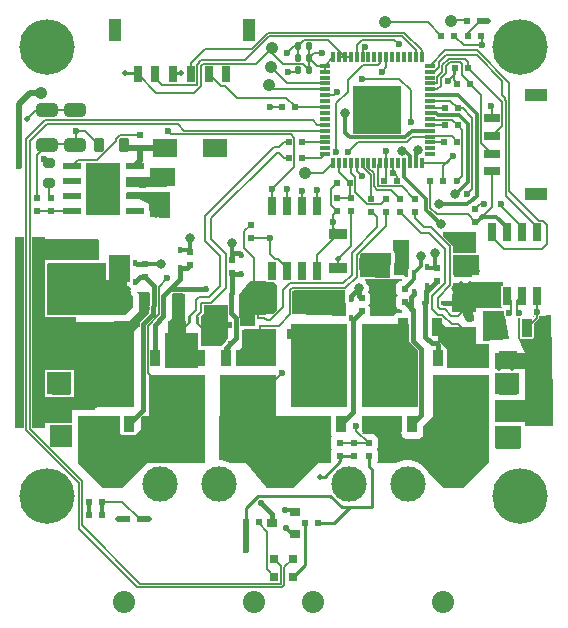
<source format=gbr>
%TF.GenerationSoftware,KiCad,Pcbnew,7.0.6*%
%TF.CreationDate,2023-08-06T04:52:03+10:00*%
%TF.ProjectId,controller,636f6e74-726f-46c6-9c65-722e6b696361,rev?*%
%TF.SameCoordinates,Original*%
%TF.FileFunction,Copper,L1,Top*%
%TF.FilePolarity,Positive*%
%FSLAX46Y46*%
G04 Gerber Fmt 4.6, Leading zero omitted, Abs format (unit mm)*
G04 Created by KiCad (PCBNEW 7.0.6) date 2023-08-06 04:52:03*
%MOMM*%
%LPD*%
G01*
G04 APERTURE LIST*
G04 Aperture macros list*
%AMRoundRect*
0 Rectangle with rounded corners*
0 $1 Rounding radius*
0 $2 $3 $4 $5 $6 $7 $8 $9 X,Y pos of 4 corners*
0 Add a 4 corners polygon primitive as box body*
4,1,4,$2,$3,$4,$5,$6,$7,$8,$9,$2,$3,0*
0 Add four circle primitives for the rounded corners*
1,1,$1+$1,$2,$3*
1,1,$1+$1,$4,$5*
1,1,$1+$1,$6,$7*
1,1,$1+$1,$8,$9*
0 Add four rect primitives between the rounded corners*
20,1,$1+$1,$2,$3,$4,$5,0*
20,1,$1+$1,$4,$5,$6,$7,0*
20,1,$1+$1,$6,$7,$8,$9,0*
20,1,$1+$1,$8,$9,$2,$3,0*%
G04 Aperture macros list end*
%TA.AperFunction,SMDPad,CuDef*%
%ADD10R,1.600000X0.900000*%
%TD*%
%TA.AperFunction,SMDPad,CuDef*%
%ADD11R,0.500000X0.600000*%
%TD*%
%TA.AperFunction,SMDPad,CuDef*%
%ADD12R,0.600000X0.500000*%
%TD*%
%TA.AperFunction,SMDPad,CuDef*%
%ADD13R,0.900000X0.800000*%
%TD*%
%TA.AperFunction,ComponentPad*%
%ADD14C,1.050000*%
%TD*%
%TA.AperFunction,ComponentPad*%
%ADD15C,4.700000*%
%TD*%
%TA.AperFunction,ComponentPad*%
%ADD16C,3.000000*%
%TD*%
%TA.AperFunction,SMDPad,CuDef*%
%ADD17C,0.200000*%
%TD*%
%TA.AperFunction,SMDPad,CuDef*%
%ADD18R,2.000000X1.600000*%
%TD*%
%TA.AperFunction,SMDPad,CuDef*%
%ADD19RoundRect,0.140000X-0.140000X-0.170000X0.140000X-0.170000X0.140000X0.170000X-0.140000X0.170000X0*%
%TD*%
%TA.AperFunction,SMDPad,CuDef*%
%ADD20R,0.420000X0.550000*%
%TD*%
%TA.AperFunction,SMDPad,CuDef*%
%ADD21RoundRect,0.250000X-0.650000X0.325000X-0.650000X-0.325000X0.650000X-0.325000X0.650000X0.325000X0*%
%TD*%
%TA.AperFunction,SMDPad,CuDef*%
%ADD22R,0.700000X1.550000*%
%TD*%
%TA.AperFunction,SMDPad,CuDef*%
%ADD23R,0.800000X0.800000*%
%TD*%
%TA.AperFunction,SMDPad,CuDef*%
%ADD24R,0.900000X1.600000*%
%TD*%
%TA.AperFunction,ComponentPad*%
%ADD25C,1.875000*%
%TD*%
%TA.AperFunction,SMDPad,CuDef*%
%ADD26R,0.600000X0.900000*%
%TD*%
%TA.AperFunction,SMDPad,CuDef*%
%ADD27R,2.100000X1.550000*%
%TD*%
%TA.AperFunction,SMDPad,CuDef*%
%ADD28R,0.850000X1.450000*%
%TD*%
%TA.AperFunction,SMDPad,CuDef*%
%ADD29R,0.850000X1.100000*%
%TD*%
%TA.AperFunction,SMDPad,CuDef*%
%ADD30R,4.700000X3.800000*%
%TD*%
%TA.AperFunction,SMDPad,CuDef*%
%ADD31R,0.700000X1.400000*%
%TD*%
%TA.AperFunction,SMDPad,CuDef*%
%ADD32R,1.100000X1.900000*%
%TD*%
%TA.AperFunction,SMDPad,CuDef*%
%ADD33RoundRect,0.218750X0.218750X0.381250X-0.218750X0.381250X-0.218750X-0.381250X0.218750X-0.381250X0*%
%TD*%
%TA.AperFunction,SMDPad,CuDef*%
%ADD34R,0.850000X0.300000*%
%TD*%
%TA.AperFunction,SMDPad,CuDef*%
%ADD35R,0.300000X0.850000*%
%TD*%
%TA.AperFunction,SMDPad,CuDef*%
%ADD36R,4.100000X4.100000*%
%TD*%
%TA.AperFunction,SMDPad,CuDef*%
%ADD37R,1.600000X2.000000*%
%TD*%
%TA.AperFunction,SMDPad,CuDef*%
%ADD38R,1.550000X0.600000*%
%TD*%
%TA.AperFunction,ComponentPad*%
%ADD39C,0.600000*%
%TD*%
%TA.AperFunction,SMDPad,CuDef*%
%ADD40R,2.600000X3.100000*%
%TD*%
%TA.AperFunction,SMDPad,CuDef*%
%ADD41R,2.950000X4.500000*%
%TD*%
%TA.AperFunction,SMDPad,CuDef*%
%ADD42RoundRect,0.200000X0.275000X-0.200000X0.275000X0.200000X-0.275000X0.200000X-0.275000X-0.200000X0*%
%TD*%
%TA.AperFunction,SMDPad,CuDef*%
%ADD43R,1.400000X0.700000*%
%TD*%
%TA.AperFunction,SMDPad,CuDef*%
%ADD44R,1.900000X1.100000*%
%TD*%
%TA.AperFunction,SMDPad,CuDef*%
%ADD45R,1.300000X0.700000*%
%TD*%
%TA.AperFunction,SMDPad,CuDef*%
%ADD46R,0.550000X0.420000*%
%TD*%
%TA.AperFunction,ViaPad*%
%ADD47C,0.600000*%
%TD*%
%TA.AperFunction,ViaPad*%
%ADD48C,0.508000*%
%TD*%
%TA.AperFunction,ViaPad*%
%ADD49C,0.800000*%
%TD*%
%TA.AperFunction,ViaPad*%
%ADD50C,0.553200*%
%TD*%
%TA.AperFunction,Conductor*%
%ADD51C,0.200000*%
%TD*%
%TA.AperFunction,Conductor*%
%ADD52C,0.254000*%
%TD*%
%TA.AperFunction,Conductor*%
%ADD53C,0.304800*%
%TD*%
%TA.AperFunction,Conductor*%
%ADD54C,0.500000*%
%TD*%
%TA.AperFunction,Conductor*%
%ADD55C,0.152400*%
%TD*%
%TA.AperFunction,Conductor*%
%ADD56C,0.127000*%
%TD*%
%TA.AperFunction,Conductor*%
%ADD57C,0.381000*%
%TD*%
%TA.AperFunction,Conductor*%
%ADD58C,0.380000*%
%TD*%
%TA.AperFunction,Conductor*%
%ADD59C,0.406400*%
%TD*%
G04 APERTURE END LIST*
%TA.AperFunction,EtchedComponent*%
%TO.C,NT5*%
G36*
X163244000Y-105061600D02*
G01*
X162736000Y-105061600D01*
X162736000Y-104858400D01*
X163244000Y-104858400D01*
X163244000Y-105061600D01*
G37*
%TD.AperFunction*%
%TA.AperFunction,EtchedComponent*%
%TO.C,NT1*%
G36*
X146874000Y-104561600D02*
G01*
X146366000Y-104561600D01*
X146366000Y-104358400D01*
X146874000Y-104358400D01*
X146874000Y-104561600D01*
G37*
%TD.AperFunction*%
%TA.AperFunction,EtchedComponent*%
%TO.C,NT6*%
G36*
X163244000Y-104381600D02*
G01*
X162736000Y-104381600D01*
X162736000Y-104178400D01*
X163244000Y-104178400D01*
X163244000Y-104381600D01*
G37*
%TD.AperFunction*%
%TA.AperFunction,EtchedComponent*%
%TO.C,NT8*%
G36*
X141311600Y-104874000D02*
G01*
X141108400Y-104874000D01*
X141108400Y-104366000D01*
X141311600Y-104366000D01*
X141311600Y-104874000D01*
G37*
%TD.AperFunction*%
%TA.AperFunction,EtchedComponent*%
%TO.C,NT4*%
G36*
X147044000Y-105241600D02*
G01*
X146536000Y-105241600D01*
X146536000Y-105038400D01*
X147044000Y-105038400D01*
X147044000Y-105241600D01*
G37*
%TD.AperFunction*%
%TA.AperFunction,EtchedComponent*%
%TO.C,NT7*%
G36*
X140621600Y-104884000D02*
G01*
X140418400Y-104884000D01*
X140418400Y-104376000D01*
X140621600Y-104376000D01*
X140621600Y-104884000D01*
G37*
%TD.AperFunction*%
%TD*%
D10*
%TO.P,C22,P$1,P$1*%
%TO.N,V+*%
X132236100Y-105753600D03*
%TO.P,C22,P$2,P$2*%
%TO.N,GND*%
X132236100Y-102853600D03*
%TD*%
D11*
%TO.P,C18,P$1,P$1*%
%TO.N,/SHC*%
X163230000Y-86700000D03*
%TO.P,C18,P$2,P$2*%
%TO.N,/BOOT3*%
X162130000Y-86700000D03*
%TD*%
D12*
%TO.P,C12,P$1,P$1*%
%TO.N,+3V3*%
X145710000Y-97650000D03*
%TO.P,C12,P$2,P$2*%
%TO.N,GND*%
X145710000Y-96550000D03*
%TD*%
D13*
%TO.P,D4,1,1*%
%TO.N,/CAN_P*%
X149501100Y-122753600D03*
%TO.P,D4,2,2*%
%TO.N,/CAN_N*%
X149501100Y-120853600D03*
%TO.P,D4,3,3*%
%TO.N,GND*%
X147501100Y-121803600D03*
%TD*%
D11*
%TO.P,R1,P$1,P$1*%
%TO.N,+3V3*%
X151384000Y-121793000D03*
%TO.P,R1,P$2,P$2*%
%TO.N,Net-(D3-PadANODE)*%
X150284000Y-121793000D03*
%TD*%
D14*
%TO.P,DG2,P$1,P$1*%
%TO.N,GND*%
X157060000Y-79430000D03*
%TD*%
D11*
%TO.P,R4,P$1,P$1*%
%TO.N,+3V3*%
X163180000Y-84610000D03*
%TO.P,R4,P$2,P$2*%
%TO.N,/I2C_ABS_SCL*%
X164280000Y-84610000D03*
%TD*%
D15*
%TO.P,M1,1*%
%TO.N,N/C*%
X128501100Y-81503600D03*
%TD*%
D11*
%TO.P,R3,P$1,P$1*%
%TO.N,+3V3*%
X163050000Y-83300000D03*
%TO.P,R3,P$2,P$2*%
%TO.N,/I2C_ABS_SDA*%
X164150000Y-83300000D03*
%TD*%
D16*
%TO.P,C0,1,P$1*%
%TO.N,/SHC*%
X163001100Y-116703600D03*
%TD*%
D11*
%TO.P,C8,P$1,P$1*%
%TO.N,+3V3*%
X135251100Y-121503600D03*
%TO.P,C8,P$2,P$2*%
%TO.N,GND*%
X136351100Y-121503600D03*
%TD*%
D12*
%TO.P,R24,P$1,P$1*%
%TO.N,/GHB*%
X155101100Y-102803600D03*
%TO.P,R24,P$2,P$2*%
%TO.N,/GHB_D*%
X155101100Y-103903600D03*
%TD*%
D17*
%TO.P,NT5,1,1*%
%TO.N,/SXC_P*%
X162736000Y-104960000D03*
%TO.P,NT5,2,2*%
%TO.N,Z3*%
X163244000Y-104960000D03*
%TD*%
D18*
%TO.P,RB0,1,1*%
%TO.N,GND*%
X146001100Y-103403600D03*
%TO.P,RB0,2,2*%
%TO.N,Z2*%
X146001100Y-106203600D03*
%TD*%
D10*
%TO.P,C23,P$1,P$1*%
%TO.N,V+*%
X134701100Y-105753600D03*
%TO.P,C23,P$2,P$2*%
%TO.N,GND*%
X134701100Y-102853600D03*
%TD*%
D19*
%TO.P,C64,1*%
%TO.N,GND*%
X149710000Y-82460000D03*
%TO.P,C64,2*%
%TO.N,+3V3*%
X150670000Y-82460000D03*
%TD*%
D12*
%TO.P,R8,P$1,P$1*%
%TO.N,+3V3*%
X155701100Y-116153600D03*
%TO.P,R8,P$2,P$2*%
%TO.N,/VTEMP_FET*%
X155701100Y-115053600D03*
%TD*%
D20*
%TO.P,D9,1,K*%
%TO.N,/GLC*%
X160611100Y-100153600D03*
%TO.P,D9,2,A*%
%TO.N,/GLC_D*%
X160611100Y-101753600D03*
%TD*%
D21*
%TO.P,C1,1*%
%TO.N,GND*%
X128450000Y-86885000D03*
%TO.P,C1,2*%
%TO.N,+3V3*%
X128450000Y-89835000D03*
%TD*%
D17*
%TO.P,NT1,1,1*%
%TO.N,/SXB_N*%
X146874000Y-104460000D03*
%TO.P,NT1,2,2*%
%TO.N,GND*%
X146366000Y-104460000D03*
%TD*%
D12*
%TO.P,R27,P$1,P$1*%
%TO.N,/GLC*%
X161451100Y-100253600D03*
%TO.P,R27,P$2,P$2*%
%TO.N,/GLC_D*%
X161451100Y-101353600D03*
%TD*%
D18*
%TO.P,RC0,1,1*%
%TO.N,GND*%
X163750000Y-103220000D03*
%TO.P,RC0,2,2*%
%TO.N,Z3*%
X163750000Y-106020000D03*
%TD*%
D22*
%TO.P,IC3,1,VDD5V*%
%TO.N,unconnected-(IC3-VDD5V-Pad1)*%
X147480000Y-100460000D03*
%TO.P,IC3,2,VDD3V3*%
%TO.N,+3V3*%
X148750000Y-100460000D03*
%TO.P,IC3,3,OUT*%
%TO.N,unconnected-(IC3-OUT-Pad3)*%
X150020000Y-100460000D03*
%TO.P,IC3,4,GND*%
%TO.N,GND*%
X151290000Y-100460000D03*
%TO.P,IC3,5,PGO*%
%TO.N,/AS5047_PGO*%
X151290000Y-95010000D03*
%TO.P,IC3,6,SDA*%
%TO.N,/AS5047_SDA*%
X150020000Y-95010000D03*
%TO.P,IC3,7,SCL*%
%TO.N,/AS5047_SCL*%
X148750000Y-95010000D03*
%TO.P,IC3,8,DIR*%
%TO.N,/AS5047_DIR*%
X147480000Y-95010000D03*
%TD*%
D23*
%TO.P,D3,ANODE,ANODE*%
%TO.N,Net-(D3-PadANODE)*%
X149301100Y-126353600D03*
%TO.P,D3,CATHODE,CATHODE*%
%TO.N,/LED1*%
X149301100Y-124853600D03*
%TD*%
D11*
%TO.P,R12,P$1,P$1*%
%TO.N,/SXA_N*%
X148980000Y-90880000D03*
%TO.P,R12,P$2,P$2*%
%TO.N,Net-(IC2-PA3)*%
X150080000Y-90880000D03*
%TD*%
%TO.P,C55,P$1,P$1*%
%TO.N,Net-(C55-PadP$1)*%
X132001100Y-121153600D03*
%TO.P,C55,P$2,P$2*%
%TO.N,GND*%
X133101100Y-121153600D03*
%TD*%
D24*
%TO.P,C61,P$1,P$1*%
%TO.N,V+*%
X136701100Y-103103600D03*
%TO.P,C61,P$2,P$2*%
%TO.N,Z1*%
X139601100Y-103103600D03*
%TD*%
D12*
%TO.P,R5,P$1,P$1*%
%TO.N,/VBAT_SENSE*%
X154230000Y-94320000D03*
%TO.P,R5,P$2,P$2*%
%TO.N,V+*%
X154230000Y-95420000D03*
%TD*%
D22*
%TO.P,IC1,1,TXD*%
%TO.N,/CAN_TX*%
X169920000Y-97190000D03*
%TO.P,IC1,2,GND*%
%TO.N,GND*%
X168650000Y-97190000D03*
%TO.P,IC1,3,VCC*%
%TO.N,+3V3*%
X167380000Y-97190000D03*
%TO.P,IC1,4,RXD*%
%TO.N,/CAN_RX*%
X166110000Y-97190000D03*
%TO.P,IC1,5,VREF*%
%TO.N,GND*%
X166110000Y-102640000D03*
%TO.P,IC1,6,CANL*%
%TO.N,/CAN_N*%
X167380000Y-102640000D03*
%TO.P,IC1,7,CANH*%
%TO.N,/CAN_P*%
X168650000Y-102640000D03*
%TO.P,IC1,8,S*%
%TO.N,GND*%
X169920000Y-102640000D03*
%TD*%
D12*
%TO.P,R19,P$1,P$1*%
%TO.N,Net-(U1-VSENSE)*%
X127650000Y-95390000D03*
%TO.P,R19,P$2,P$2*%
%TO.N,+3V3*%
X127650000Y-94290000D03*
%TD*%
D20*
%TO.P,D12,1,K*%
%TO.N,/GHC*%
X159571100Y-100643600D03*
%TO.P,D12,2,A*%
%TO.N,/GHC_D*%
X159571100Y-102243600D03*
%TD*%
D12*
%TO.P,R14,P$1,P$1*%
%TO.N,/SXC_P*%
X158380000Y-95450000D03*
%TO.P,R14,P$2,P$2*%
%TO.N,Net-(IC2-PB0)*%
X158380000Y-94350000D03*
%TD*%
D11*
%TO.P,C15,P$1,P$1*%
%TO.N,/SHA*%
X163210000Y-89570000D03*
%TO.P,C15,P$2,P$2*%
%TO.N,/BOOT1*%
X162110000Y-89570000D03*
%TD*%
D16*
%TO.P,J1,1,1*%
%TO.N,V+*%
X159001100Y-118503600D03*
%TO.P,J1,2,2*%
%TO.N,GND*%
X154001100Y-118503600D03*
D25*
%TO.P,J1,M1*%
%TO.N,N/C*%
X162001100Y-128503600D03*
%TO.P,J1,M2*%
X151001100Y-128503600D03*
%TD*%
D12*
%TO.P,R26,P$1,P$1*%
%TO.N,/GHC*%
X158746100Y-102003600D03*
%TO.P,R26,P$2,P$2*%
%TO.N,/GHC_D*%
X158746100Y-103103600D03*
%TD*%
D11*
%TO.P,C9,P$1,P$1*%
%TO.N,+3V3*%
X165190000Y-80550000D03*
%TO.P,C9,P$2,P$2*%
%TO.N,GND*%
X164090000Y-80550000D03*
%TD*%
D12*
%TO.P,R23,P$1,P$1*%
%TO.N,/GLA*%
X140590000Y-98870000D03*
%TO.P,R23,P$2,P$2*%
%TO.N,/GLA_D*%
X140590000Y-99970000D03*
%TD*%
D10*
%TO.P,C32,P$1,P$1*%
%TO.N,V+*%
X129651100Y-112003600D03*
%TO.P,C32,P$2,P$2*%
%TO.N,GND*%
X129651100Y-114903600D03*
%TD*%
D16*
%TO.P,J2,1,1*%
%TO.N,V+*%
X143001100Y-118503600D03*
%TO.P,J2,2,2*%
%TO.N,GND*%
X138001100Y-118503600D03*
D25*
%TO.P,J2,M1*%
%TO.N,N/C*%
X146001100Y-128503600D03*
%TO.P,J2,M2*%
X135001100Y-128503600D03*
%TD*%
D26*
%TO.P,C62,P$1,P$1*%
%TO.N,V+*%
X149006100Y-105853600D03*
%TO.P,C62,P$2,P$2*%
%TO.N,Z2*%
X147506100Y-105853600D03*
%TD*%
D12*
%TO.P,R11,P$1,P$1*%
%TO.N,Net-(U1-VSENSE)*%
X128800000Y-95380000D03*
%TO.P,R11,P$2,P$2*%
%TO.N,Net-(R11-PadP$2)*%
X128800000Y-94280000D03*
%TD*%
%TO.P,C5,P$1,P$1*%
%TO.N,Net-(U1-BOOT)*%
X136370000Y-88970000D03*
%TO.P,C5,P$2,P$2*%
%TO.N,Net-(U1-PH)*%
X136370000Y-90070000D03*
%TD*%
D19*
%TO.P,C19,1*%
%TO.N,GND*%
X149710000Y-83470000D03*
%TO.P,C19,2*%
%TO.N,+3V3*%
X150670000Y-83470000D03*
%TD*%
D16*
%TO.P,B0,1,P$1*%
%TO.N,/SHB*%
X148501100Y-116703600D03*
%TD*%
D11*
%TO.P,C10,P$1,P$1*%
%TO.N,+3V3*%
X162960000Y-80560000D03*
%TO.P,C10,P$2,P$2*%
%TO.N,GND*%
X161860000Y-80560000D03*
%TD*%
D10*
%TO.P,C26,P$1,P$1*%
%TO.N,V+*%
X156751100Y-105553600D03*
%TO.P,C26,P$2,P$2*%
%TO.N,GND*%
X156751100Y-102653600D03*
%TD*%
D20*
%TO.P,D11,1,K*%
%TO.N,/GHB*%
X154251100Y-102853600D03*
%TO.P,D11,2,A*%
%TO.N,/GHB_D*%
X154251100Y-104453600D03*
%TD*%
D27*
%TO.P,D14,1*%
%TO.N,Net-(U1-PH)*%
X138470000Y-90030000D03*
%TO.P,D14,2*%
%TO.N,GND*%
X142670000Y-90030000D03*
%TD*%
D28*
%TO.P,Q3,1,S*%
%TO.N,/SHB*%
X149596100Y-113453600D03*
%TO.P,Q3,2,S*%
X150866100Y-113453600D03*
%TO.P,Q3,3,S*%
X152136100Y-113453600D03*
%TO.P,Q3,4,G*%
%TO.N,/GHB_D*%
X153406100Y-113453600D03*
D29*
%TO.P,Q3,5,D*%
%TO.N,V+*%
X153426100Y-107753600D03*
%TO.P,Q3,6,D*%
X152138600Y-107753600D03*
%TO.P,Q3,7,D*%
X150863600Y-107753600D03*
%TO.P,Q3,8,D*%
X149576100Y-107753600D03*
D30*
%TO.P,Q3,PAD,D*%
X151501100Y-110153600D03*
%TD*%
D10*
%TO.P,C28,P$1,P$1*%
%TO.N,V+*%
X129641100Y-105763600D03*
%TO.P,C28,P$2,P$2*%
%TO.N,GND*%
X129641100Y-102863600D03*
%TD*%
D20*
%TO.P,D8,1,K*%
%TO.N,/GLB*%
X144931800Y-99161800D03*
%TO.P,D8,2,A*%
%TO.N,/GLB_D*%
X144931800Y-100761800D03*
%TD*%
D31*
%TO.P,SWD0,1,1*%
%TO.N,unconnected-(SWD0-Pad1)*%
X143651100Y-83803600D03*
%TO.P,SWD0,2,2*%
%TO.N,/NRST*%
X142151100Y-83803600D03*
%TO.P,SWD0,3,3*%
%TO.N,/SWDIO*%
X140651100Y-83803600D03*
%TO.P,SWD0,4,4*%
%TO.N,GND*%
X139151100Y-83803600D03*
%TO.P,SWD0,5,5*%
%TO.N,/SWCLK*%
X137651100Y-83803600D03*
%TO.P,SWD0,6,6*%
%TO.N,+3V3*%
X136151100Y-83803600D03*
D32*
%TO.P,SWD0,P1*%
%TO.N,N/C*%
X145601100Y-80053600D03*
%TO.P,SWD0,P2*%
X134201100Y-80053600D03*
%TD*%
D17*
%TO.P,NT6,1,1*%
%TO.N,/SXC_N*%
X162736000Y-104280000D03*
%TO.P,NT6,2,2*%
%TO.N,GND*%
X163244000Y-104280000D03*
%TD*%
D10*
%TO.P,C35,P$1,P$1*%
%TO.N,V+*%
X163731100Y-100538600D03*
%TO.P,C35,P$2,P$2*%
%TO.N,GND*%
X163731100Y-97638600D03*
%TD*%
D12*
%TO.P,R15,P$1,P$1*%
%TO.N,/SXC_N*%
X159590000Y-95460000D03*
%TO.P,R15,P$2,P$2*%
%TO.N,Net-(IC2-PB2)*%
X159590000Y-94360000D03*
%TD*%
D33*
%TO.P,L1,1,1*%
%TO.N,Net-(U1-PH)*%
X134970000Y-89800000D03*
%TO.P,L1,2,2*%
%TO.N,+3V3*%
X132845000Y-89800000D03*
%TD*%
D14*
%TO.P,TEMP1,P$1,P$1*%
%TO.N,+3V3*%
X147490000Y-81570000D03*
%TD*%
D34*
%TO.P,IC2,1,REG3V3/VDD*%
%TO.N,+3V3*%
X151990000Y-83100000D03*
%TO.P,IC2,2,VBAT*%
X151990000Y-83600000D03*
%TO.P,IC2,3,PC13*%
%TO.N,unconnected-(IC2-PC13-Pad3)*%
X151990000Y-84100000D03*
%TO.P,IC2,4,PC14*%
%TO.N,/DEBUG1*%
X151990000Y-84600000D03*
%TO.P,IC2,5,PC15*%
%TO.N,/DEBUG2*%
X151990000Y-85100000D03*
%TO.P,IC2,6,PF0*%
%TO.N,/AS5047_SDA*%
X151990000Y-85600000D03*
%TO.P,IC2,7,PF1*%
%TO.N,unconnected-(IC2-PF1-Pad7)*%
X151990000Y-86100000D03*
%TO.P,IC2,8,PG10*%
%TO.N,/NRST*%
X151990000Y-86600000D03*
%TO.P,IC2,9,PC0*%
%TO.N,unconnected-(IC2-PC0-Pad9)*%
X151990000Y-87100000D03*
%TO.P,IC2,10,PC1*%
%TO.N,unconnected-(IC2-PC1-Pad10)*%
X151990000Y-87600000D03*
%TO.P,IC2,11,PC2*%
%TO.N,/LED1*%
X151990000Y-88100000D03*
%TO.P,IC2,12,PC3*%
%TO.N,/LED2*%
X151990000Y-88600000D03*
%TO.P,IC2,13,PA0*%
%TO.N,unconnected-(IC2-PA0-Pad13)*%
X151990000Y-89100000D03*
%TO.P,IC2,14,PA1*%
%TO.N,Net-(IC2-PA1)*%
X151990000Y-89600000D03*
%TO.P,IC2,15,PA2*%
%TO.N,unconnected-(IC2-PA2-Pad15)*%
X151990000Y-90100000D03*
%TO.P,IC2,16,PA3*%
%TO.N,Net-(IC2-PA3)*%
X151990000Y-90600000D03*
D35*
%TO.P,IC2,17,PA4*%
%TO.N,/DAC*%
X152690000Y-91300000D03*
%TO.P,IC2,18,PA5*%
%TO.N,/VBAT_SENSE*%
X153190000Y-91300000D03*
%TO.P,IC2,19,PA6*%
%TO.N,unconnected-(IC2-PA6-Pad19)*%
X153690000Y-91300000D03*
%TO.P,IC2,20,PA7*%
%TO.N,Net-(IC2-PA7)*%
X154190000Y-91300000D03*
%TO.P,IC2,21,PC4*%
%TO.N,/AS5047_SCL*%
X154690000Y-91300000D03*
%TO.P,IC2,22,PC5*%
%TO.N,Net-(IC2-PC5)*%
X155190000Y-91300000D03*
%TO.P,IC2,23,PB0*%
%TO.N,Net-(IC2-PB0)*%
X155690000Y-91300000D03*
%TO.P,IC2,24,PB1*%
%TO.N,unconnected-(IC2-PB1-Pad24)*%
X156190000Y-91300000D03*
%TO.P,IC2,25,PB2*%
%TO.N,Net-(IC2-PB2)*%
X156690000Y-91300000D03*
%TO.P,IC2,26,VREF+*%
%TO.N,+3V3*%
X157190000Y-91300000D03*
%TO.P,IC2,27,VDDA*%
%TO.N,GND*%
X157690000Y-91300000D03*
%TO.P,IC2,28,PB10*%
%TO.N,unconnected-(IC2-PB10-Pad28)*%
X158190000Y-91300000D03*
%TO.P,IC2,29,GLS1*%
%TO.N,/GLC*%
X158690000Y-91300000D03*
%TO.P,IC2,30,GLS2*%
%TO.N,/GLB*%
X159190000Y-91300000D03*
%TO.P,IC2,31,GLS3*%
%TO.N,/GLA*%
X159690000Y-91300000D03*
%TO.P,IC2,32,PGND*%
%TO.N,GND*%
X160190000Y-91300000D03*
D34*
%TO.P,IC2,33,NC_1*%
%TO.N,unconnected-(IC2-NC_1-Pad33)*%
X160890000Y-90600000D03*
%TO.P,IC2,34,NC_2*%
%TO.N,unconnected-(IC2-NC_2-Pad34)*%
X160890000Y-90100000D03*
%TO.P,IC2,35,BOOT3*%
%TO.N,/BOOT1*%
X160890000Y-89600000D03*
%TO.P,IC2,36,OUT3*%
%TO.N,/SHA*%
X160890000Y-89100000D03*
%TO.P,IC2,37,GHS3*%
%TO.N,/GHA*%
X160890000Y-88600000D03*
%TO.P,IC2,38,BOOT2*%
%TO.N,/BOOT2*%
X160890000Y-88100000D03*
%TO.P,IC2,39,OUT2*%
%TO.N,/SHB*%
X160890000Y-87600000D03*
%TO.P,IC2,40,GHS2*%
%TO.N,/GHB*%
X160890000Y-87100000D03*
%TO.P,IC2,41,BOOT1*%
%TO.N,/BOOT3*%
X160890000Y-86600000D03*
%TO.P,IC2,42,OUT1*%
%TO.N,/SHC*%
X160890000Y-86100000D03*
%TO.P,IC2,43,GHS1*%
%TO.N,/GHC*%
X160890000Y-85600000D03*
%TO.P,IC2,44,PA8*%
%TO.N,/I2C_ABS_SCL*%
X160890000Y-85100000D03*
%TO.P,IC2,45,PA9*%
%TO.N,/I2C_ABS_SDA*%
X160890000Y-84600000D03*
%TO.P,IC2,46,PA10*%
%TO.N,unconnected-(IC2-PA10-Pad46)*%
X160890000Y-84100000D03*
%TO.P,IC2,47,PA11*%
%TO.N,/CAN_TX*%
X160890000Y-83600000D03*
%TO.P,IC2,48,PA12*%
%TO.N,/CAN_RX*%
X160890000Y-83100000D03*
D35*
%TO.P,IC2,49,PA13*%
%TO.N,/SWDIO*%
X160190000Y-82400000D03*
%TO.P,IC2,50,PA14*%
%TO.N,/SWCLK*%
X159690000Y-82400000D03*
%TO.P,IC2,51,PA15*%
%TO.N,unconnected-(IC2-PA15-Pad51)*%
X159190000Y-82400000D03*
%TO.P,IC2,52,SCREF*%
%TO.N,unconnected-(IC2-SCREF-Pad52)*%
X158690000Y-82400000D03*
%TO.P,IC2,53,PD2*%
%TO.N,unconnected-(IC2-PD2-Pad53)*%
X158190000Y-82400000D03*
%TO.P,IC2,54,PB3*%
%TO.N,unconnected-(IC2-PB3-Pad54)*%
X157690000Y-82400000D03*
%TO.P,IC2,55,PB4*%
%TO.N,/AS5047_PGO*%
X157190000Y-82400000D03*
%TO.P,IC2,56,PB5*%
%TO.N,/AS5047_DIR*%
X156690000Y-82400000D03*
%TO.P,IC2,57,PB6*%
%TO.N,unconnected-(IC2-PB6-Pad57)*%
X156190000Y-82400000D03*
%TO.P,IC2,58,PB7*%
%TO.N,unconnected-(IC2-PB7-Pad58)*%
X155690000Y-82400000D03*
%TO.P,IC2,59,PB8*%
%TO.N,/VTEMP_FET*%
X155190000Y-82400000D03*
%TO.P,IC2,60,PB9*%
%TO.N,/VTEMP_MOT*%
X154690000Y-82400000D03*
%TO.P,IC2,61,VM*%
%TO.N,GND*%
X154190000Y-82400000D03*
%TO.P,IC2,62,SW*%
X153690000Y-82400000D03*
%TO.P,IC2,63,VCC*%
X153190000Y-82400000D03*
%TO.P,IC2,64,REGIN*%
%TO.N,+3V3*%
X152690000Y-82400000D03*
D36*
%TO.P,IC2,65,VSS*%
%TO.N,GND*%
X156440000Y-86850000D03*
%TD*%
D14*
%TO.P,DA0,P$1,P$1*%
%TO.N,/SHA*%
X140301100Y-115503600D03*
%TD*%
D19*
%TO.P,C38,1*%
%TO.N,GND*%
X149720000Y-81430000D03*
%TO.P,C38,2*%
%TO.N,+3V3*%
X150680000Y-81430000D03*
%TD*%
D11*
%TO.P,C57,P$1,P$1*%
%TO.N,/VBAT_SENSE*%
X154120000Y-93030000D03*
%TO.P,C57,P$2,P$2*%
%TO.N,GND*%
X153020000Y-93030000D03*
%TD*%
D20*
%TO.P,D1,1,K*%
%TO.N,/GLA_D*%
X141946100Y-102018600D03*
%TO.P,D1,2,A*%
%TO.N,GND*%
X141946100Y-103618600D03*
%TD*%
D37*
%TO.P,RA0,1,1*%
%TO.N,GND*%
X142261100Y-105733600D03*
%TO.P,RA0,2,2*%
%TO.N,Z1*%
X139461100Y-105733600D03*
%TD*%
D14*
%TO.P,DBG1,P$1,P$1*%
%TO.N,/DEBUG1*%
X147400000Y-83250000D03*
%TD*%
D24*
%TO.P,C33,P$1,P$1*%
%TO.N,V+*%
X166180000Y-105270000D03*
%TO.P,C33,P$2,P$2*%
%TO.N,GND*%
X169080000Y-105270000D03*
%TD*%
D11*
%TO.P,R13,P$1,P$1*%
%TO.N,/SXA_P*%
X148980000Y-89590000D03*
%TO.P,R13,P$2,P$2*%
%TO.N,Net-(IC2-PA1)*%
X150080000Y-89590000D03*
%TD*%
D10*
%TO.P,C27,P$1,P$1*%
%TO.N,V+*%
X153120000Y-100220000D03*
%TO.P,C27,P$2,P$2*%
%TO.N,GND*%
X153120000Y-97320000D03*
%TD*%
D20*
%TO.P,D10,1,K*%
%TO.N,/GHA*%
X135951100Y-99803600D03*
%TO.P,D10,2,A*%
%TO.N,/GHA_D*%
X135951100Y-101403600D03*
%TD*%
D12*
%TO.P,R25,P$1,P$1*%
%TO.N,/GLB*%
X144111800Y-99561800D03*
%TO.P,R25,P$2,P$2*%
%TO.N,/GLB_D*%
X144111800Y-100661800D03*
%TD*%
D24*
%TO.P,C34,P$1,P$1*%
%TO.N,V+*%
X158440000Y-99990000D03*
%TO.P,C34,P$2,P$2*%
%TO.N,GND*%
X155540000Y-99990000D03*
%TD*%
D17*
%TO.P,NT8,1,1*%
%TO.N,/SXA_N*%
X141210000Y-104366000D03*
%TO.P,NT8,2,2*%
%TO.N,GND*%
X141210000Y-104874000D03*
%TD*%
D12*
%TO.P,R6,P$1,P$1*%
%TO.N,GND*%
X153000000Y-95420000D03*
%TO.P,R6,P$2,P$2*%
%TO.N,/VBAT_SENSE*%
X153000000Y-94320000D03*
%TD*%
D28*
%TO.P,Q5,1,S*%
%TO.N,/SHC*%
X155596100Y-113453600D03*
%TO.P,Q5,2,S*%
X156866100Y-113453600D03*
%TO.P,Q5,3,S*%
X158136100Y-113453600D03*
%TO.P,Q5,4,G*%
%TO.N,/GHC_D*%
X159406100Y-113453600D03*
D29*
%TO.P,Q5,5,D*%
%TO.N,V+*%
X159426100Y-107753600D03*
%TO.P,Q5,6,D*%
X158138600Y-107753600D03*
%TO.P,Q5,7,D*%
X156863600Y-107753600D03*
%TO.P,Q5,8,D*%
X155576100Y-107753600D03*
D30*
%TO.P,Q5,PAD,D*%
X157501100Y-110153600D03*
%TD*%
D15*
%TO.P,M2,1*%
%TO.N,N/C*%
X168501100Y-81503600D03*
%TD*%
D14*
%TO.P,DC0,P$1,P$1*%
%TO.N,/SHC*%
X158101100Y-115503600D03*
%TD*%
D11*
%TO.P,C16,P$1,P$1*%
%TO.N,/NRST*%
X149430000Y-86580000D03*
%TO.P,C16,P$2,P$2*%
%TO.N,GND*%
X148330000Y-86580000D03*
%TD*%
%TO.P,C3,P$1,P$1*%
%TO.N,GND*%
X158110000Y-92830000D03*
%TO.P,C3,P$2,P$2*%
%TO.N,+3V3*%
X157010000Y-92830000D03*
%TD*%
D38*
%TO.P,U1,1,BOOT*%
%TO.N,Net-(U1-BOOT)*%
X130550000Y-91615000D03*
%TO.P,U1,2,NC*%
%TO.N,unconnected-(U1-NC-Pad2)*%
X130550000Y-92885000D03*
%TO.P,U1,3,NC*%
%TO.N,unconnected-(U1-NC-Pad3)*%
X130550000Y-94155000D03*
%TO.P,U1,4,VSENSE*%
%TO.N,Net-(U1-VSENSE)*%
X130550000Y-95425000D03*
%TO.P,U1,5,EN*%
%TO.N,unconnected-(U1-EN-Pad5)*%
X135950000Y-95425000D03*
%TO.P,U1,6,GND*%
%TO.N,GND*%
X135950000Y-94155000D03*
%TO.P,U1,7,VIN*%
%TO.N,V+*%
X135950000Y-92885000D03*
%TO.P,U1,8,PH*%
%TO.N,Net-(U1-PH)*%
X135950000Y-91615000D03*
D39*
%TO.P,U1,9,GNDPAD*%
%TO.N,GND*%
X132650000Y-91720000D03*
X132650000Y-92920000D03*
X132650000Y-94220000D03*
X132650000Y-95320000D03*
D40*
X133250000Y-93520000D03*
D41*
X133250000Y-93520000D03*
D39*
X133850000Y-91720000D03*
X133850000Y-92920000D03*
X133850000Y-94220000D03*
X133850000Y-95320000D03*
%TD*%
D11*
%TO.P,C17,P$1,P$1*%
%TO.N,/SHB*%
X163230000Y-88160000D03*
%TO.P,C17,P$2,P$2*%
%TO.N,/BOOT2*%
X162130000Y-88160000D03*
%TD*%
D10*
%TO.P,C31,P$1,P$1*%
%TO.N,V+*%
X132001100Y-98303600D03*
%TO.P,C31,P$2,P$2*%
%TO.N,GND*%
X132001100Y-101203600D03*
%TD*%
D12*
%TO.P,C13,P$1,P$1*%
%TO.N,/VTEMP_FET*%
X153301100Y-115053600D03*
%TO.P,C13,P$2,P$2*%
%TO.N,GND*%
X153301100Y-116153600D03*
%TD*%
D10*
%TO.P,C37,P$1,P$1*%
%TO.N,V+*%
X167501100Y-112003600D03*
%TO.P,C37,P$2,P$2*%
%TO.N,GND*%
X167501100Y-114903600D03*
%TD*%
D16*
%TO.P,A0,1,P$1*%
%TO.N,/SHA*%
X134001100Y-116703600D03*
%TD*%
D28*
%TO.P,Q1,1,S*%
%TO.N,/SHA*%
X131596100Y-113453600D03*
%TO.P,Q1,2,S*%
X132866100Y-113453600D03*
%TO.P,Q1,3,S*%
X134136100Y-113453600D03*
%TO.P,Q1,4,G*%
%TO.N,/GHA_D*%
X135406100Y-113453600D03*
D29*
%TO.P,Q1,5,D*%
%TO.N,V+*%
X135426100Y-107753600D03*
%TO.P,Q1,6,D*%
X134138600Y-107753600D03*
%TO.P,Q1,7,D*%
X132863600Y-107753600D03*
%TO.P,Q1,8,D*%
X131576100Y-107753600D03*
D30*
%TO.P,Q1,PAD,D*%
X133501100Y-110153600D03*
%TD*%
D20*
%TO.P,D5,1,K*%
%TO.N,/GLB_D*%
X144001100Y-106653600D03*
%TO.P,D5,2,A*%
%TO.N,GND*%
X144001100Y-105053600D03*
%TD*%
D14*
%TO.P,TEMP2,P$1,P$1*%
%TO.N,/VTEMP_MOT*%
X162701100Y-79303600D03*
%TD*%
D28*
%TO.P,Q2,1,S*%
%TO.N,Z1*%
X141406100Y-107853600D03*
%TO.P,Q2,2,S*%
X140136100Y-107853600D03*
%TO.P,Q2,3,S*%
X138866100Y-107853600D03*
%TO.P,Q2,4,G*%
%TO.N,/GLA_D*%
X137596100Y-107853600D03*
D29*
%TO.P,Q2,5,D*%
%TO.N,/SHA*%
X137576100Y-113553600D03*
%TO.P,Q2,6,D*%
X138863600Y-113553600D03*
%TO.P,Q2,7,D*%
X140138600Y-113553600D03*
%TO.P,Q2,8,D*%
X141426100Y-113553600D03*
D30*
%TO.P,Q2,PAD,D*%
X139501100Y-111153600D03*
%TD*%
D11*
%TO.P,R10,P$1,P$1*%
%TO.N,Net-(C55-PadP$1)*%
X132001100Y-120003600D03*
%TO.P,R10,P$2,P$2*%
%TO.N,GND*%
X133101100Y-120003600D03*
%TD*%
D42*
%TO.P,R18,1*%
%TO.N,Net-(R11-PadP$2)*%
X128670000Y-93000000D03*
%TO.P,R18,2*%
%TO.N,GND*%
X128670000Y-91350000D03*
%TD*%
D24*
%TO.P,C63,P$1,P$1*%
%TO.N,V+*%
X158601100Y-105253600D03*
%TO.P,C63,P$2,P$2*%
%TO.N,Z3*%
X161501100Y-105253600D03*
%TD*%
D17*
%TO.P,NT4,1,1*%
%TO.N,/SXB_P*%
X147044000Y-105140000D03*
%TO.P,NT4,2,2*%
%TO.N,Z2*%
X146536000Y-105140000D03*
%TD*%
D12*
%TO.P,R17,P$1,P$1*%
%TO.N,/SXB_P*%
X157160000Y-95460000D03*
%TO.P,R17,P$2,P$2*%
%TO.N,Net-(IC2-PA7)*%
X157160000Y-94360000D03*
%TD*%
D43*
%TO.P,ABS0,1,1*%
%TO.N,+3V3*%
X166131100Y-92053600D03*
%TO.P,ABS0,2,2*%
%TO.N,/I2C_ABS_SCL*%
X166131100Y-90553600D03*
%TO.P,ABS0,3,3*%
%TO.N,/I2C_ABS_SDA*%
X166131100Y-89053600D03*
%TO.P,ABS0,4,4*%
%TO.N,GND*%
X166131100Y-87553600D03*
D44*
%TO.P,ABS0,P1*%
%TO.N,N/C*%
X169881100Y-94003600D03*
%TO.P,ABS0,P2*%
X169881100Y-85603600D03*
%TD*%
D10*
%TO.P,C24,P$1,P$1*%
%TO.N,V+*%
X150301100Y-105553600D03*
%TO.P,C24,P$2,P$2*%
%TO.N,GND*%
X150301100Y-102653600D03*
%TD*%
D12*
%TO.P,R22,P$1,P$1*%
%TO.N,/GHA*%
X136801100Y-99903600D03*
%TO.P,R22,P$2,P$2*%
%TO.N,/GHA_D*%
X136801100Y-101003600D03*
%TD*%
D23*
%TO.P,D2,ANODE,ANODE*%
%TO.N,Net-(D2-PadANODE)*%
X147701100Y-126353600D03*
%TO.P,D2,CATHODE,CATHODE*%
%TO.N,/LED2*%
X147701100Y-124853600D03*
%TD*%
D15*
%TO.P,M3,1*%
%TO.N,N/C*%
X128501100Y-119503600D03*
%TD*%
D11*
%TO.P,R2,P$1,P$1*%
%TO.N,+3V3*%
X145280200Y-121767600D03*
%TO.P,R2,P$2,P$2*%
%TO.N,Net-(D2-PadANODE)*%
X146380200Y-121767600D03*
%TD*%
D28*
%TO.P,Q6,1,S*%
%TO.N,Z3*%
X165406100Y-107853600D03*
%TO.P,Q6,2,S*%
X164136100Y-107853600D03*
%TO.P,Q6,3,S*%
X162866100Y-107853600D03*
%TO.P,Q6,4,G*%
%TO.N,/GLC_D*%
X161596100Y-107853600D03*
D29*
%TO.P,Q6,5,D*%
%TO.N,/SHC*%
X161576100Y-113553600D03*
%TO.P,Q6,6,D*%
X162863600Y-113553600D03*
%TO.P,Q6,7,D*%
X164138600Y-113553600D03*
%TO.P,Q6,8,D*%
X165426100Y-113553600D03*
D30*
%TO.P,Q6,PAD,D*%
X163501100Y-111153600D03*
%TD*%
D28*
%TO.P,Q4,1,S*%
%TO.N,Z2*%
X147406100Y-107853600D03*
%TO.P,Q4,2,S*%
X146136100Y-107853600D03*
%TO.P,Q4,3,S*%
X144866100Y-107853600D03*
%TO.P,Q4,4,G*%
%TO.N,/GLB_D*%
X143596100Y-107853600D03*
D29*
%TO.P,Q4,5,D*%
%TO.N,/SHB*%
X143576100Y-113553600D03*
%TO.P,Q4,6,D*%
X144863600Y-113553600D03*
%TO.P,Q4,7,D*%
X146138600Y-113553600D03*
%TO.P,Q4,8,D*%
X147426100Y-113553600D03*
D30*
%TO.P,Q4,PAD,D*%
X145501100Y-111153600D03*
%TD*%
D11*
%TO.P,R7,P$1,P$1*%
%TO.N,/VTEMP_MOT*%
X164051100Y-79303600D03*
%TO.P,R7,P$2,P$2*%
%TO.N,GND*%
X165151100Y-79303600D03*
%TD*%
D14*
%TO.P,DBG2,P$1,P$1*%
%TO.N,/DEBUG2*%
X147310000Y-84750000D03*
%TD*%
D10*
%TO.P,C36,P$1,P$1*%
%TO.N,V+*%
X167501100Y-107653600D03*
%TO.P,C36,P$2,P$2*%
%TO.N,GND*%
X167501100Y-110553600D03*
%TD*%
D14*
%TO.P,D33,P$1,P$1*%
%TO.N,+3V3*%
X128001100Y-85403600D03*
%TD*%
D12*
%TO.P,C11,P$1,P$1*%
%TO.N,+3V3*%
X164701100Y-96303600D03*
%TO.P,C11,P$2,P$2*%
%TO.N,GND*%
X164701100Y-95203600D03*
%TD*%
D10*
%TO.P,C30,P$1,P$1*%
%TO.N,V+*%
X129651100Y-107653600D03*
%TO.P,C30,P$2,P$2*%
%TO.N,GND*%
X129651100Y-110553600D03*
%TD*%
D21*
%TO.P,C2,1*%
%TO.N,GND*%
X130840000Y-86875000D03*
%TO.P,C2,2*%
%TO.N,+3V3*%
X130840000Y-89825000D03*
%TD*%
D17*
%TO.P,NT7,1,1*%
%TO.N,/SXA_P*%
X140520000Y-104376000D03*
%TO.P,NT7,2,2*%
%TO.N,Z1*%
X140520000Y-104884000D03*
%TD*%
D45*
%TO.P,C4,P$1,P$1*%
%TO.N,GND*%
X138070000Y-94970000D03*
%TO.P,C4,P$2,P$2*%
%TO.N,V+*%
X138070000Y-93070000D03*
%TD*%
D46*
%TO.P,D6,1,K*%
%TO.N,/GLC_D*%
X160501100Y-103203600D03*
%TO.P,D6,2,A*%
%TO.N,GND*%
X162101100Y-103203600D03*
%TD*%
D14*
%TO.P,DAC0,P$1,P$1*%
%TO.N,/DAC*%
X150280000Y-92180000D03*
%TD*%
D20*
%TO.P,D7,1,K*%
%TO.N,/GLA*%
X139745000Y-98670000D03*
%TO.P,D7,2,A*%
%TO.N,/GLA_D*%
X139745000Y-100270000D03*
%TD*%
D12*
%TO.P,R16,P$1,P$1*%
%TO.N,/SXB_N*%
X155930000Y-95460000D03*
%TO.P,R16,P$2,P$2*%
%TO.N,Net-(IC2-PC5)*%
X155930000Y-94360000D03*
%TD*%
D15*
%TO.P,M4,1*%
%TO.N,N/C*%
X168501100Y-119503600D03*
%TD*%
D10*
%TO.P,C25,P$1,P$1*%
%TO.N,V+*%
X152601100Y-105553600D03*
%TO.P,C25,P$2,P$2*%
%TO.N,GND*%
X152601100Y-102653600D03*
%TD*%
D11*
%TO.P,C65,P$1,P$1*%
%TO.N,GND*%
X162030000Y-92890000D03*
%TO.P,C65,P$2,P$2*%
%TO.N,+3V3*%
X160930000Y-92890000D03*
%TD*%
D14*
%TO.P,DB0,P$1,P$1*%
%TO.N,/SHB*%
X145601100Y-115503600D03*
%TD*%
D12*
%TO.P,R9,P$1,P$1*%
%TO.N,/VTEMP_FET*%
X154501100Y-115053600D03*
%TO.P,R9,P$2,P$2*%
%TO.N,GND*%
X154501100Y-116153600D03*
%TD*%
D10*
%TO.P,C29,P$1,P$1*%
%TO.N,V+*%
X129641100Y-98303600D03*
%TO.P,C29,P$2,P$2*%
%TO.N,GND*%
X129641100Y-101203600D03*
%TD*%
D47*
%TO.N,+3V3*%
X162400000Y-84420000D03*
X147360000Y-97670000D03*
D48*
X165276100Y-95913600D03*
D47*
X155150000Y-84200000D03*
D48*
X134501100Y-121503600D03*
D47*
X157150000Y-90310000D03*
X159260000Y-87840000D03*
X145288000Y-124104400D03*
X130960000Y-88640000D03*
X151750000Y-82060000D03*
X126084000Y-91603600D03*
X165270000Y-81340000D03*
D48*
X135101100Y-83703600D03*
D47*
%TO.N,/SHA*%
X153935776Y-90433364D03*
X138660000Y-101110000D03*
%TO.N,/SHB*%
X148330000Y-109140000D03*
X163209192Y-92849192D03*
%TO.N,/SHC*%
X164015000Y-93995000D03*
X162258886Y-109911386D03*
%TO.N,/VTEMP_FET*%
X155370000Y-81520000D03*
X154640000Y-113570000D03*
%TO.N,/AS5047_SDA*%
X153050736Y-85310734D03*
X150020000Y-93748900D03*
D48*
%TO.N,V+*%
X150151100Y-106903600D03*
X153401100Y-106903600D03*
X137463600Y-92358900D03*
X132301100Y-106553600D03*
X133801100Y-106903600D03*
X129701100Y-108453600D03*
X134801100Y-106903600D03*
X166530000Y-104150000D03*
X150801100Y-106903600D03*
X149501100Y-106903600D03*
X127601100Y-105853600D03*
X131751100Y-99103600D03*
X165790000Y-104130000D03*
X127601100Y-105103600D03*
X153120000Y-99480000D03*
X134301100Y-106553600D03*
X127601100Y-102103600D03*
X129590800Y-106553000D03*
X128301100Y-112853600D03*
X131343400Y-106527600D03*
X127601100Y-108103600D03*
X166751100Y-108653600D03*
X127601100Y-103603600D03*
X158140000Y-98400000D03*
X163347400Y-99441000D03*
X152751100Y-106303600D03*
X129001100Y-106553600D03*
X151451100Y-106303600D03*
X128751100Y-99103600D03*
X128951100Y-112853600D03*
X127601100Y-99853600D03*
X129351100Y-99103600D03*
X132351100Y-99103600D03*
X167251100Y-112753600D03*
X128776100Y-104668600D03*
X157401100Y-106903600D03*
X169451100Y-109703600D03*
X127601100Y-108853600D03*
X157401100Y-106303600D03*
X127601100Y-111853600D03*
X139060000Y-92070000D03*
X152101100Y-106303600D03*
X168301100Y-108353600D03*
X163851100Y-99753600D03*
X130351100Y-108453600D03*
X158701100Y-106903600D03*
X156751100Y-106303600D03*
X164401100Y-99453600D03*
X127601100Y-102853600D03*
X133301100Y-106553600D03*
X169451100Y-112853600D03*
X130276100Y-105018600D03*
X150801100Y-106303600D03*
X156101100Y-106903600D03*
X128401100Y-108453600D03*
X150164800Y-106299000D03*
X127601100Y-111103600D03*
X138013600Y-92058900D03*
X152101100Y-106903600D03*
X158810000Y-98410000D03*
X127601100Y-107353600D03*
X127601100Y-100603600D03*
X127601100Y-99103600D03*
X168251100Y-112753600D03*
X130801100Y-106903600D03*
X129776100Y-104668600D03*
X138563600Y-92408900D03*
X167751100Y-113003600D03*
X132801100Y-106903600D03*
X127601100Y-109603600D03*
X169451100Y-110453600D03*
X167101102Y-105753599D03*
X127601100Y-106603600D03*
X155451100Y-106903600D03*
X127601100Y-104353600D03*
X153401100Y-106303600D03*
X139060000Y-92930000D03*
X151451100Y-106903600D03*
X169451100Y-112053600D03*
X129276100Y-105018600D03*
X167060000Y-104860000D03*
X131151100Y-99103600D03*
X135301100Y-106553600D03*
X164871400Y-100507800D03*
X131801100Y-106903600D03*
X129051100Y-108453600D03*
X167801100Y-108653600D03*
X129971800Y-99110800D03*
X167301100Y-108353600D03*
X156743400Y-106908600D03*
X156101100Y-106303600D03*
X127601100Y-110353600D03*
X158051100Y-106903600D03*
X130251100Y-112853600D03*
X127601100Y-113353600D03*
X169451100Y-111253600D03*
X130200400Y-106553000D03*
X129601100Y-112853600D03*
X152751100Y-106903600D03*
X155451100Y-106303600D03*
X130551100Y-99103600D03*
X127601100Y-112603600D03*
X128397000Y-106553000D03*
X127601100Y-101353600D03*
X169451100Y-108953600D03*
D49*
%TO.N,/GLA*%
X159880000Y-90240000D03*
X140589997Y-97690006D03*
%TO.N,/GLB*%
X144111808Y-98121684D03*
X158520000Y-90310000D03*
%TO.N,/GLC*%
X161850000Y-96530000D03*
X161360000Y-98980000D03*
%TO.N,/GHA*%
X138130000Y-99880000D03*
X153740000Y-87130000D03*
%TO.N,/GHB*%
X163030676Y-93921259D03*
X154930000Y-101900000D03*
%TO.N,/GHC*%
X160150000Y-99220000D03*
X161689998Y-94850000D03*
D48*
%TO.N,GND*%
X126801100Y-87603600D03*
X133751100Y-103603600D03*
X135301100Y-102003600D03*
D47*
X164290000Y-104580000D03*
D48*
X165801100Y-79303600D03*
X157440000Y-103890000D03*
X129301100Y-100453600D03*
D47*
X148770000Y-82010000D03*
D48*
X137680000Y-95740000D03*
X166801100Y-109703600D03*
D47*
X169920000Y-103920000D03*
D48*
X134899400Y-101574600D03*
X145251100Y-104603600D03*
D47*
X162852209Y-90752371D03*
D48*
X133551100Y-102003600D03*
X150310000Y-103780000D03*
X130951100Y-100153600D03*
X134901100Y-103603600D03*
X129351100Y-103603600D03*
X129901100Y-103803600D03*
X153390000Y-103820000D03*
X163951100Y-98403600D03*
D47*
X148890000Y-83660000D03*
D48*
X152760000Y-103800000D03*
D47*
X128250000Y-90984659D03*
D48*
X167451100Y-109703600D03*
X135151100Y-100103600D03*
X130451100Y-103603600D03*
X129001100Y-114103600D03*
X152090000Y-103810000D03*
X168101100Y-109703600D03*
X147401100Y-103403600D03*
X139801100Y-83753600D03*
X146001100Y-102253600D03*
D47*
X142669998Y-90029999D03*
D48*
X156251100Y-101903600D03*
X134401100Y-102003600D03*
X149650000Y-103750000D03*
X128751100Y-100153600D03*
D47*
X152670000Y-96350000D03*
D48*
X147251100Y-102253600D03*
X147401100Y-102803600D03*
X131001100Y-103853600D03*
X133197600Y-103886000D03*
D47*
X166890000Y-94820000D03*
X141950000Y-90470000D03*
D48*
X133151100Y-100153600D03*
X164551100Y-102103600D03*
D47*
X156440000Y-85131100D03*
D48*
X132601100Y-100453600D03*
D47*
X143390000Y-89580000D03*
D50*
X146601100Y-120153600D03*
D48*
X137670000Y-94190000D03*
X130251100Y-114103600D03*
X129851100Y-100153600D03*
X132651100Y-103603600D03*
X151601100Y-117903600D03*
X168201100Y-114153600D03*
X131551100Y-103603600D03*
X142701100Y-104253600D03*
D47*
X141950000Y-89600000D03*
D48*
X162601100Y-97453600D03*
X138460000Y-94180000D03*
X156760000Y-103860000D03*
X163301100Y-98403600D03*
D47*
X156470000Y-86930000D03*
D48*
X155751100Y-101503600D03*
X134351100Y-103853600D03*
X163551100Y-101603600D03*
X129651100Y-114103600D03*
D47*
X154990000Y-86940000D03*
D48*
X156490000Y-99740000D03*
X137101100Y-121503600D03*
X129001100Y-109703600D03*
X132101100Y-103853600D03*
D47*
X165470000Y-94770000D03*
D48*
X135151100Y-100803600D03*
X163901100Y-102103600D03*
X131501100Y-100453600D03*
X145851100Y-104603600D03*
X132051100Y-100153600D03*
X156801100Y-101503600D03*
X157301100Y-101903600D03*
D47*
X154860000Y-88100000D03*
X157800000Y-92160000D03*
D48*
X130201100Y-109703600D03*
X157851100Y-101503600D03*
D47*
X158120000Y-86070000D03*
D48*
X150990000Y-103790000D03*
D47*
X156470000Y-88100000D03*
D48*
X166701100Y-113853600D03*
D47*
X157891452Y-85298548D03*
D48*
X129616200Y-109702600D03*
X133951100Y-101553600D03*
X164251100Y-101603600D03*
X143351100Y-103653600D03*
X128801100Y-103853600D03*
X138500000Y-95770000D03*
X167201100Y-114153600D03*
X146330000Y-101730000D03*
D47*
X143410000Y-90500000D03*
D48*
X156490000Y-100490000D03*
X142701100Y-103653600D03*
X143351100Y-104253600D03*
X157190000Y-100490000D03*
X130401100Y-100453600D03*
X134401100Y-100803600D03*
D47*
X154894265Y-85131100D03*
D48*
X143357600Y-105537000D03*
X146601100Y-102253600D03*
D47*
X158010000Y-88100000D03*
D48*
X167701100Y-113853600D03*
D47*
X166080000Y-86540000D03*
D48*
X134401100Y-100103600D03*
X163201100Y-102103600D03*
D47*
X147370000Y-86620000D03*
D48*
X143351100Y-106153600D03*
X157190000Y-99740000D03*
D47*
%TO.N,/CAN_P*%
X168440000Y-104012895D03*
D50*
X148701100Y-122203600D03*
%TO.N,/CAN_N*%
X148601100Y-120703600D03*
D47*
X167590000Y-104012895D03*
%TO.N,/AS5047_SCL*%
X148750000Y-93570000D03*
X155157516Y-92477411D03*
%TO.N,/AS5047_DIR*%
X152954618Y-90430676D03*
X138730000Y-88628900D03*
X147480000Y-93579998D03*
%TO.N,/AS5047_PGO*%
X156825735Y-83600000D03*
X151308499Y-93615758D03*
%TO.N,/VTEMP_MOT*%
X158250000Y-81280000D03*
%TD*%
D51*
%TO.N,+3V3*%
X150171100Y-82971100D02*
X150670000Y-83470000D01*
X137717500Y-85370000D02*
X136151100Y-83803600D01*
X157190000Y-91300000D02*
X157190000Y-90350000D01*
X127650000Y-90635000D02*
X128450000Y-89835000D01*
X147806100Y-99496100D02*
X148018900Y-99496100D01*
X160930000Y-92890000D02*
X160930000Y-95122378D01*
D52*
X135962600Y-83703600D02*
X135101100Y-83703600D01*
D51*
X162910000Y-83440000D02*
X162910000Y-84340000D01*
X165270000Y-81340000D02*
X163740000Y-81340000D01*
D52*
X154096100Y-120503600D02*
X153417331Y-120503600D01*
X152435331Y-119521600D02*
X146339317Y-119521600D01*
X146339317Y-119521600D02*
X145280200Y-120580717D01*
D51*
X157190000Y-91300000D02*
X157190000Y-92650000D01*
D53*
X164886100Y-96303600D02*
X164786100Y-96403600D01*
D54*
X126068700Y-86326100D02*
X126991200Y-85403600D01*
D51*
X127650000Y-94290000D02*
X127650000Y-90635000D01*
X161497622Y-95690000D02*
X164087500Y-95690000D01*
D52*
X155701100Y-117003600D02*
X155701100Y-116153600D01*
D51*
X159260000Y-87840000D02*
X159260000Y-85192200D01*
X147360000Y-97670000D02*
X147360000Y-99050000D01*
X130930000Y-88670000D02*
X130960000Y-88640000D01*
X147490000Y-81570000D02*
X146145300Y-82914700D01*
X163050000Y-83300000D02*
X163050000Y-83770000D01*
D54*
X135251100Y-121503600D02*
X134501100Y-121503600D01*
D51*
X147490000Y-81570000D02*
X147490000Y-82025135D01*
X140940000Y-85370000D02*
X137717500Y-85370000D01*
X150680000Y-81430000D02*
X150680000Y-82450000D01*
X132125000Y-89080000D02*
X132845000Y-89800000D01*
X148435965Y-82971100D02*
X150171100Y-82971100D01*
X151070000Y-82060000D02*
X150670000Y-82460000D01*
X148720000Y-100490000D02*
X148750000Y-100460000D01*
D52*
X153086100Y-121513600D02*
X154096100Y-120503600D01*
X156001100Y-120503600D02*
X156001100Y-117303600D01*
D54*
X126068700Y-91571200D02*
X126068700Y-86326100D01*
D51*
X130765000Y-89750000D02*
X128411471Y-89750000D01*
D53*
X167380000Y-96765000D02*
X167380000Y-97190000D01*
D51*
X165270000Y-81340000D02*
X165270000Y-80630000D01*
X164087500Y-95690000D02*
X164701100Y-96303600D01*
X165276100Y-95913600D02*
X166131100Y-95058600D01*
X163740000Y-81340000D02*
X162960000Y-80560000D01*
X146145300Y-82914700D02*
X141685300Y-82914700D01*
X147490000Y-82025135D02*
X148435965Y-82971100D01*
D52*
X136051100Y-83803600D02*
X135963100Y-83715600D01*
D54*
X126101100Y-91603600D02*
X126068700Y-91571200D01*
X145288000Y-124104400D02*
X145288000Y-121775400D01*
D51*
X163050000Y-83300000D02*
X162910000Y-83440000D01*
X130930000Y-89735000D02*
X130930000Y-88670000D01*
X151310000Y-83100000D02*
X150670000Y-82460000D01*
X147360000Y-99050000D02*
X147806100Y-99496100D01*
X148018900Y-99496100D02*
X148750000Y-100227200D01*
X132845000Y-89800000D02*
X131685000Y-88640000D01*
X150680000Y-82450000D02*
X150670000Y-82460000D01*
D52*
X135963100Y-83715600D02*
X135962600Y-83703600D01*
X154096100Y-120503600D02*
X156001100Y-120503600D01*
D51*
X150670000Y-83470000D02*
X150670000Y-82460000D01*
D52*
X153085800Y-121513600D02*
X152806400Y-121793000D01*
D51*
X131685000Y-88640000D02*
X130960000Y-88640000D01*
D55*
X164701100Y-96303600D02*
X164886100Y-96303600D01*
D52*
X153417331Y-120503600D02*
X152435331Y-119521600D01*
D51*
X165270000Y-80630000D02*
X165190000Y-80550000D01*
X147360000Y-97670000D02*
X145730000Y-97670000D01*
X130840000Y-89825000D02*
X130930000Y-89735000D01*
D53*
X166528600Y-95913600D02*
X167380000Y-96765000D01*
D51*
X145730000Y-97670000D02*
X145710000Y-97650000D01*
X166131100Y-95058600D02*
X166131100Y-92053600D01*
D53*
X165276100Y-95913600D02*
X164886100Y-96303600D01*
D51*
X127650000Y-94290000D02*
X127650000Y-91938529D01*
X157190000Y-90350000D02*
X157150000Y-90310000D01*
X132545000Y-90100000D02*
X132845000Y-89800000D01*
D52*
X145280200Y-120580717D02*
X145280200Y-121767600D01*
D54*
X145288000Y-121775400D02*
X145280200Y-121767600D01*
D51*
X151990000Y-83600000D02*
X151990000Y-83100000D01*
D54*
X126991200Y-85403600D02*
X128001100Y-85403600D01*
D51*
X162910000Y-84340000D02*
X163180000Y-84610000D01*
X152690000Y-82400000D02*
X151990000Y-83100000D01*
X157190000Y-92650000D02*
X157010000Y-92830000D01*
D52*
X156001100Y-117303600D02*
X155701100Y-117003600D01*
D51*
X151990000Y-83100000D02*
X151310000Y-83100000D01*
X159260000Y-85192200D02*
X158267800Y-84200000D01*
X158267800Y-84200000D02*
X155150000Y-84200000D01*
X141480000Y-83120000D02*
X141480000Y-84830000D01*
X163050000Y-83770000D02*
X162400000Y-84420000D01*
X127650000Y-90651544D02*
X127650000Y-90603900D01*
X160930000Y-95122378D02*
X161497622Y-95690000D01*
D53*
X165276100Y-95913600D02*
X166528600Y-95913600D01*
D52*
X136151100Y-83803600D02*
X136051100Y-83803600D01*
X152806400Y-121793000D02*
X151384000Y-121793000D01*
D51*
X151750000Y-82060000D02*
X151070000Y-82060000D01*
D52*
X153085800Y-121513600D02*
X153086100Y-121513600D01*
D51*
X130840000Y-89825000D02*
X130765000Y-89750000D01*
X141685300Y-82914700D02*
X141480000Y-83120000D01*
X148750000Y-100227200D02*
X148750000Y-100460000D01*
X141480000Y-84830000D02*
X140940000Y-85370000D01*
%TO.N,/SHA*%
X139501100Y-111153600D02*
X139051100Y-111153600D01*
X137930000Y-101840000D02*
X137930000Y-104150000D01*
X136982200Y-109084700D02*
X136982200Y-105097800D01*
X160908900Y-89081100D02*
X162721100Y-89081100D01*
X158915846Y-89580000D02*
X154789140Y-89580000D01*
X139051100Y-111153600D02*
X136982200Y-109084700D01*
X160890000Y-89100000D02*
X159395846Y-89100000D01*
X162721100Y-89081100D02*
X163210000Y-89570000D01*
X159395846Y-89100000D02*
X158915846Y-89580000D01*
X154789140Y-89580000D02*
X153935776Y-90433364D01*
X160890000Y-89100000D02*
X160908900Y-89081100D01*
X136982200Y-105097800D02*
X137930000Y-104150000D01*
X138660000Y-101110000D02*
X137930000Y-101840000D01*
%TO.N,/I2C_ABS_SCL*%
X163610000Y-83890000D02*
X163610000Y-82992200D01*
X164280000Y-84610000D02*
X164280000Y-84560000D01*
X164280000Y-84560000D02*
X163610000Y-83890000D01*
X162280000Y-83691471D02*
X161800000Y-84171471D01*
X165242200Y-85622200D02*
X165242200Y-89664700D01*
X162611100Y-82811100D02*
X162280000Y-83142200D01*
X164280000Y-84660000D02*
X165242200Y-85622200D01*
X161515000Y-85100000D02*
X160890000Y-85100000D01*
X164280000Y-84610000D02*
X164280000Y-84660000D01*
X161800000Y-84171471D02*
X161800000Y-84815000D01*
X163610000Y-82992200D02*
X163428900Y-82811100D01*
X162280000Y-83142200D02*
X162280000Y-83691471D01*
X165242200Y-89664700D02*
X166131100Y-90553600D01*
X161800000Y-84815000D02*
X161515000Y-85100000D01*
X163428900Y-82811100D02*
X162611100Y-82811100D01*
%TO.N,/I2C_ABS_SDA*%
X162479234Y-82492200D02*
X161928900Y-83042534D01*
X163842200Y-82492200D02*
X162479234Y-82492200D01*
X164150000Y-83300000D02*
X164150000Y-82800000D01*
X161511100Y-84021768D02*
X161511100Y-84600000D01*
X167020000Y-88164700D02*
X166131100Y-89053600D01*
X161511100Y-84600000D02*
X160890000Y-84600000D01*
X161928900Y-83603968D02*
X161511100Y-84021768D01*
X164150000Y-82800000D02*
X163842200Y-82492200D01*
X164150000Y-83300000D02*
X167020000Y-86170000D01*
X161928900Y-83042534D02*
X161928900Y-83603968D01*
X167020000Y-86170000D02*
X167020000Y-88164700D01*
%TO.N,/SHB*%
X162741100Y-87671100D02*
X163230000Y-88160000D01*
X146316400Y-111153600D02*
X145501100Y-111153600D01*
X148330000Y-109140000D02*
X146316400Y-111153600D01*
X160961100Y-87671100D02*
X162741100Y-87671100D01*
X163230000Y-88160000D02*
X163648900Y-88578900D01*
X160890000Y-87600000D02*
X160961100Y-87671100D01*
X163648900Y-92409484D02*
X163209192Y-92849192D01*
X163648900Y-88578900D02*
X163648900Y-92409484D01*
%TO.N,/SHC*%
X164480000Y-87500000D02*
X164480000Y-93530000D01*
X163230000Y-86700000D02*
X162630000Y-86100000D01*
X164480000Y-93530000D02*
X164015000Y-93995000D01*
X162630000Y-86100000D02*
X160890000Y-86100000D01*
D52*
X161576100Y-113553600D02*
X161351100Y-113553600D01*
D51*
X163680000Y-86700000D02*
X164480000Y-87500000D01*
X163230000Y-86700000D02*
X163680000Y-86700000D01*
%TO.N,/NRST*%
X151990000Y-86600000D02*
X149450000Y-86600000D01*
X149430000Y-86530000D02*
X149430000Y-86580000D01*
X143205800Y-84858300D02*
X143578232Y-84858300D01*
X142151100Y-83803600D02*
X143205800Y-84858300D01*
X143578232Y-84858300D02*
X144522132Y-85802200D01*
X149450000Y-86600000D02*
X149430000Y-86580000D01*
X144522132Y-85802200D02*
X148702200Y-85802200D01*
X148702200Y-85802200D02*
X149430000Y-86530000D01*
D56*
%TO.N,/VTEMP_FET*%
X153376100Y-115003600D02*
X153301100Y-115053600D01*
X154501100Y-115003600D02*
X153376100Y-115003600D01*
X154501100Y-115003600D02*
X155626100Y-115003600D01*
D51*
X155190000Y-82400000D02*
X155190000Y-81700000D01*
X154640000Y-113992500D02*
X154640000Y-113570000D01*
X155190000Y-81700000D02*
X155370000Y-81520000D01*
X155701100Y-115053600D02*
X154640000Y-113992500D01*
D56*
X154501100Y-115003600D02*
X154501100Y-115053600D01*
X155626100Y-115003600D02*
X155701100Y-115053600D01*
D51*
%TO.N,/BOOT1*%
X162110000Y-89570000D02*
X160920000Y-89570000D01*
X160920000Y-89570000D02*
X160890000Y-89600000D01*
%TO.N,/BOOT2*%
X162130000Y-88160000D02*
X160950000Y-88160000D01*
X160950000Y-88160000D02*
X160890000Y-88100000D01*
%TO.N,/BOOT3*%
X162130000Y-86700000D02*
X160990000Y-86700000D01*
X160990000Y-86700000D02*
X160890000Y-86600000D01*
D53*
%TO.N,Net-(C55-PadP$1)*%
X132001100Y-120003600D02*
X132001100Y-121153600D01*
D51*
%TO.N,/VBAT_SENSE*%
X153190000Y-92100000D02*
X154120000Y-93030000D01*
X153190000Y-91300000D02*
X153190000Y-92100000D01*
X154120000Y-93030000D02*
X154120000Y-94210000D01*
X154230000Y-94320000D02*
X153000000Y-94320000D01*
X154120000Y-94210000D02*
X154230000Y-94320000D01*
%TO.N,/AS5047_SDA*%
X150020000Y-95010000D02*
X150020000Y-93748900D01*
X152761470Y-85600000D02*
X153050736Y-85310734D01*
X151990000Y-85600000D02*
X152761470Y-85600000D01*
%TO.N,Net-(IC2-PA1)*%
X151990000Y-89600000D02*
X150090000Y-89600000D01*
X150090000Y-89600000D02*
X150080000Y-89590000D01*
%TO.N,/SXA_P*%
X141885000Y-95846800D02*
X147721800Y-90010000D01*
X141360812Y-102704720D02*
X142191280Y-102704720D01*
X140520000Y-104376000D02*
X141097220Y-103798780D01*
X143155000Y-101741000D02*
X143155000Y-99243200D01*
X141885000Y-97973200D02*
X141885000Y-95846800D01*
X148109999Y-90010000D02*
X148529999Y-89590000D01*
X141097220Y-102968312D02*
X141360812Y-102704720D01*
X147721800Y-90010000D02*
X148109999Y-90010000D01*
X142191280Y-102704720D02*
X143155000Y-101741000D01*
X143155000Y-99243200D02*
X141885000Y-97973200D01*
X141097220Y-103798780D02*
X141097220Y-102968312D01*
X148529999Y-89590000D02*
X148980000Y-89590000D01*
%TO.N,V+*%
X154230000Y-98370000D02*
X153120000Y-99480000D01*
X154230000Y-95420000D02*
X154230000Y-98370000D01*
X153120000Y-99584648D02*
X153120000Y-100220000D01*
%TO.N,/SXB_P*%
X149253200Y-101935000D02*
X153743200Y-101935000D01*
X157160000Y-96648200D02*
X157160000Y-95460000D01*
X147044000Y-105140000D02*
X147073999Y-105110001D01*
X149057666Y-104147489D02*
X149057666Y-102130534D01*
X153743200Y-101935000D02*
X154705000Y-100973200D01*
X154705000Y-100973200D02*
X154705000Y-99103200D01*
X149057666Y-102130534D02*
X149253200Y-101935000D01*
X147073999Y-105110001D02*
X148095154Y-105110001D01*
X154705000Y-99103200D02*
X157160000Y-96648200D01*
X148095154Y-105110001D02*
X149057666Y-104147489D01*
%TO.N,/SXC_P*%
X161105000Y-103723200D02*
X161105000Y-102576800D01*
X162165000Y-101516800D02*
X162165000Y-98593200D01*
X161556800Y-104175000D02*
X161105000Y-103723200D01*
X160816800Y-97245000D02*
X160175000Y-97245000D01*
X160175000Y-97245000D02*
X158380000Y-95450000D01*
X161951000Y-104175000D02*
X161556800Y-104175000D01*
X161105000Y-102576800D02*
X162165000Y-101516800D01*
X162736000Y-104960000D02*
X161951000Y-104175000D01*
X162165000Y-98593200D02*
X160816800Y-97245000D01*
D57*
%TO.N,/GLA_D*%
X138877300Y-102018600D02*
X139745000Y-101150900D01*
X140290000Y-100270000D02*
X140590000Y-99970000D01*
X138877300Y-102018600D02*
X138309400Y-102586500D01*
X137596100Y-105020452D02*
X137596100Y-107853600D01*
X139745000Y-101150900D02*
X139745000Y-100270000D01*
X139745000Y-100270000D02*
X140290000Y-100270000D01*
X141946100Y-102018600D02*
X138877300Y-102018600D01*
X138309400Y-104307153D02*
X137596100Y-105020452D01*
X138309400Y-102586500D02*
X138309400Y-104307153D01*
D51*
%TO.N,Net-(D2-PadANODE)*%
X147101100Y-125753600D02*
X147701100Y-126353600D01*
X147101100Y-122538500D02*
X147101100Y-125753600D01*
X146380200Y-121817600D02*
X147101100Y-122538500D01*
X146380200Y-121767600D02*
X146380200Y-121817600D01*
%TO.N,/LED2*%
X131440000Y-118286268D02*
X131440000Y-122000000D01*
X139520766Y-88028900D02*
X128471100Y-88028900D01*
X127018700Y-90864205D02*
X127001100Y-90881805D01*
X148290000Y-125442500D02*
X147701100Y-124853600D01*
X131440000Y-122000000D02*
X136382500Y-126942500D01*
X127018700Y-91695795D02*
X127018700Y-113864968D01*
X127018700Y-113864968D02*
X131440000Y-118286268D01*
X151990000Y-88600000D02*
X140111866Y-88600000D01*
X140111866Y-88600000D02*
X139530766Y-88018900D01*
X136382500Y-126942500D02*
X148290000Y-126942500D01*
X128471100Y-88028900D02*
X127018700Y-89481300D01*
X126991100Y-90931805D02*
X126991100Y-91668195D01*
X139530766Y-88018900D02*
X139520766Y-88028900D01*
X127001100Y-90921805D02*
X126991100Y-90931805D01*
X126991100Y-91668195D02*
X127018700Y-91695795D01*
X127018700Y-89481300D02*
X127018700Y-90864205D01*
X127001100Y-90881805D02*
X127001100Y-90921805D01*
X148290000Y-126942500D02*
X148290000Y-125442500D01*
D52*
%TO.N,Net-(D3-PadANODE)*%
X150284000Y-125370700D02*
X150284000Y-121793000D01*
X149301100Y-126353600D02*
X150284000Y-125370700D01*
D51*
%TO.N,/LED1*%
X136071400Y-127231400D02*
X131151100Y-122311100D01*
X126712200Y-113967034D02*
X126712200Y-91797861D01*
X148409666Y-127231400D02*
X136071400Y-127231400D01*
X131151100Y-118405934D02*
X126712200Y-113967034D01*
X149301100Y-124853600D02*
X148578900Y-125575800D01*
X148578900Y-127062166D02*
X148409666Y-127231400D01*
X150995000Y-87730000D02*
X151365000Y-88100000D01*
X126712200Y-91797861D02*
X126702200Y-91787861D01*
X131521798Y-87733900D02*
X131525698Y-87730000D01*
X151365000Y-88100000D02*
X151990000Y-88100000D01*
X128300000Y-87730000D02*
X129854302Y-87730000D01*
X126702200Y-91787861D02*
X126702200Y-89327800D01*
X131151100Y-122311100D02*
X131151100Y-118405934D01*
X131525698Y-87730000D02*
X150995000Y-87730000D01*
X129858202Y-87733900D02*
X131521798Y-87733900D01*
X129854302Y-87730000D02*
X129858202Y-87733900D01*
X148578900Y-125575800D02*
X148578900Y-127062166D01*
X126702200Y-89327800D02*
X128300000Y-87730000D01*
D57*
%TO.N,/GLB_D*%
X144111800Y-100761800D02*
X144111800Y-100661800D01*
X143596100Y-107058600D02*
X143596100Y-107853600D01*
X144111800Y-100661800D02*
X144111800Y-102328200D01*
X144001100Y-106653600D02*
X143596100Y-107058600D01*
X144050000Y-102390000D02*
X144050000Y-104058700D01*
X144490500Y-106114200D02*
X143596100Y-107008600D01*
X144050000Y-104058700D02*
X144490500Y-104499200D01*
X144931800Y-100761800D02*
X144111800Y-100761800D01*
X143596100Y-107008600D02*
X143596100Y-107853600D01*
X144111800Y-102328200D02*
X144050000Y-102390000D01*
X144490500Y-104499200D02*
X144490500Y-106114200D01*
%TO.N,/GLC_D*%
X161048593Y-106609894D02*
X161458394Y-106609894D01*
X161451100Y-101353600D02*
X160611100Y-102193600D01*
X161458394Y-106609894D02*
X161596100Y-106747600D01*
X160501100Y-103203600D02*
X160501100Y-106062401D01*
X160501100Y-106062401D02*
X161048593Y-106609894D01*
X161596100Y-106747600D02*
X161596100Y-107853600D01*
X160611100Y-102193600D02*
X160601100Y-102203600D01*
X160611100Y-101753600D02*
X160611100Y-102193600D01*
X160601100Y-102203600D02*
X160601100Y-103103600D01*
X160501100Y-103203600D02*
X160601100Y-103103600D01*
D58*
%TO.N,/GLA*%
X159690000Y-90430000D02*
X159880000Y-90240000D01*
X140590000Y-98870000D02*
X140590000Y-97690000D01*
X140390000Y-98670000D02*
X140590000Y-98870000D01*
X159690000Y-91300000D02*
X159690000Y-90430000D01*
X139745000Y-98670000D02*
X140390000Y-98670000D01*
%TO.N,/GLB*%
X144111800Y-98918200D02*
X144111800Y-98121700D01*
D57*
X144111800Y-98918200D02*
X144111800Y-99561800D01*
D58*
X159190000Y-90709656D02*
X158790344Y-90310000D01*
X159190000Y-91300000D02*
X159190000Y-90709656D01*
X158790344Y-90310000D02*
X158520000Y-90310000D01*
D57*
X144688200Y-98918200D02*
X144111800Y-98918200D01*
X144931800Y-99161800D02*
X144688200Y-98918200D01*
D58*
%TO.N,/GLC*%
X161451100Y-100253600D02*
X160711100Y-100253600D01*
X161801776Y-96530000D02*
X161850000Y-96530000D01*
X161360000Y-98980000D02*
X161360000Y-100162500D01*
X160551100Y-95279324D02*
X161801776Y-96530000D01*
X158690000Y-91300000D02*
X158690000Y-92485846D01*
X160551100Y-94346946D02*
X160551100Y-95279324D01*
X161360000Y-100162500D02*
X161451100Y-100253600D01*
X160711100Y-100253600D02*
X160611100Y-100153600D01*
X158690000Y-92485846D02*
X160551100Y-94346946D01*
D57*
%TO.N,/GHA*%
X136801100Y-99903600D02*
X136051100Y-99903600D01*
X136051100Y-99903600D02*
X135951100Y-99803600D01*
D58*
X158781100Y-89178900D02*
X154111100Y-89178900D01*
X153740000Y-88807800D02*
X153740000Y-87130000D01*
X138130000Y-99880000D02*
X136824700Y-99880000D01*
X154111100Y-89178900D02*
X153740000Y-88807800D01*
X159360000Y-88600000D02*
X158781100Y-89178900D01*
X136824700Y-99880000D02*
X136801100Y-99903600D01*
X160890000Y-88600000D02*
X159360000Y-88600000D01*
D57*
%TO.N,/GHA_D*%
X135406100Y-113453600D02*
X136602800Y-112256900D01*
X137551100Y-103372347D02*
X137551100Y-101753600D01*
X136602800Y-112256900D02*
X136602800Y-104940648D01*
X136801100Y-101003600D02*
X136351100Y-101003600D01*
X136351100Y-101003600D02*
X135951100Y-101403600D01*
X136602800Y-104940648D02*
X137430600Y-104112848D01*
X137430600Y-104112848D02*
X137430600Y-103492848D01*
X137430600Y-103492848D02*
X137551100Y-103372347D01*
X137551100Y-101753600D02*
X136801100Y-101003600D01*
D58*
%TO.N,/GHB*%
X160890000Y-87100000D02*
X161422200Y-87100000D01*
D57*
X154251100Y-102853600D02*
X154251100Y-102578900D01*
D58*
X163112933Y-93921259D02*
X163030676Y-93921259D01*
X161422200Y-87100000D02*
X161601100Y-87278900D01*
X161601100Y-87278900D02*
X163373054Y-87278900D01*
X164101100Y-88006946D02*
X164101100Y-92933092D01*
D57*
X154930000Y-102632500D02*
X155101100Y-102803600D01*
X154930000Y-101900000D02*
X154930000Y-102632500D01*
D58*
X163373054Y-87278900D02*
X164101100Y-88006946D01*
D57*
X154251100Y-102578900D02*
X154930000Y-101900000D01*
D58*
X164101100Y-92933092D02*
X163112933Y-93921259D01*
D57*
%TO.N,/GHB_D*%
X154401100Y-104603600D02*
X154401100Y-112458600D01*
X155101100Y-103903600D02*
X154401100Y-104603600D01*
X154251100Y-104453600D02*
X154401100Y-104603600D01*
X154401100Y-112458600D02*
X153406100Y-113453600D01*
D58*
%TO.N,/GHC*%
X160890000Y-85600000D02*
X163237800Y-85600000D01*
X164240000Y-94680000D02*
X164070000Y-94850000D01*
X164863300Y-87225500D02*
X164863300Y-94122508D01*
X159571100Y-101178600D02*
X158746100Y-102003600D01*
X163237800Y-85600000D02*
X164863300Y-87225500D01*
X160122200Y-100092500D02*
X159571100Y-100643600D01*
X164305808Y-94680000D02*
X164240000Y-94680000D01*
X164070000Y-94850000D02*
X161689998Y-94850000D01*
X160150000Y-99220000D02*
X160122200Y-99247800D01*
X164863300Y-94122508D02*
X164305808Y-94680000D01*
X160122200Y-99247800D02*
X160122200Y-100092500D01*
X159571100Y-100643600D02*
X159571100Y-101178600D01*
D57*
%TO.N,/GHC_D*%
X158746100Y-103103600D02*
X159255125Y-103612625D01*
X159440600Y-106397153D02*
X160147000Y-107103553D01*
X159281200Y-102683500D02*
X159281200Y-103666875D01*
X159281200Y-103666875D02*
X159255125Y-103612625D01*
X159571100Y-102393600D02*
X159281200Y-102683500D01*
X159281200Y-103666875D02*
X159440600Y-103826275D01*
X160147000Y-107103553D02*
X160147000Y-112712700D01*
X159440600Y-103826275D02*
X159440600Y-106397153D01*
X160147000Y-112712700D02*
X159406100Y-113453600D01*
X159571100Y-102243600D02*
X159571100Y-102393600D01*
D51*
%TO.N,/DAC*%
X151810000Y-92180000D02*
X152690000Y-91300000D01*
X150280000Y-92180000D02*
X151810000Y-92180000D01*
%TO.N,/DEBUG1*%
X151990000Y-84600000D02*
X148750000Y-84600000D01*
X148750000Y-84600000D02*
X147400000Y-83250000D01*
%TO.N,/DEBUG2*%
X147660000Y-85100000D02*
X147310000Y-84750000D01*
X151990000Y-85100000D02*
X147660000Y-85100000D01*
D52*
%TO.N,GND*%
X152001100Y-117903600D02*
X153301100Y-116603600D01*
D51*
X166131100Y-87553600D02*
X166131100Y-86591100D01*
X157800000Y-92160000D02*
X157800000Y-91410000D01*
X152670000Y-96870000D02*
X153120000Y-97320000D01*
D56*
X163501100Y-103203600D02*
X163051100Y-103203600D01*
D51*
X160190000Y-91300000D02*
X162304580Y-91300000D01*
X168650000Y-96765000D02*
X166890000Y-95005000D01*
X149710000Y-81440000D02*
X149720000Y-81430000D01*
X149710000Y-82460000D02*
X149710000Y-81440000D01*
X127519700Y-86885000D02*
X126801100Y-87603600D01*
D59*
X147501100Y-121803600D02*
X147501100Y-121053600D01*
D51*
X157800000Y-91410000D02*
X157690000Y-91300000D01*
X162852209Y-90752371D02*
X162030000Y-91574580D01*
X146366000Y-104460000D02*
X146366000Y-103768500D01*
X162030000Y-91574580D02*
X162030000Y-92890000D01*
X165134700Y-94770000D02*
X164701100Y-95203600D01*
X152221100Y-80931100D02*
X153690000Y-82400000D01*
X151290000Y-100460000D02*
X151290000Y-99150000D01*
X145710000Y-96550000D02*
X145130000Y-97130000D01*
X166131100Y-86591100D02*
X166080000Y-86540000D01*
X130840000Y-86875000D02*
X128460000Y-86875000D01*
X164090000Y-80364700D02*
X165151100Y-79303600D01*
X150218900Y-80931100D02*
X152221100Y-80931100D01*
X163501100Y-104022900D02*
X163244000Y-104280000D01*
D59*
X147501100Y-121053600D02*
X146601100Y-120153600D01*
D51*
X152511100Y-94931100D02*
X152511100Y-93538900D01*
X128615341Y-91350000D02*
X128250000Y-90984659D01*
X149520000Y-83660000D02*
X149710000Y-83470000D01*
X134851100Y-120003600D02*
X136351100Y-121503600D01*
D52*
X139151100Y-83803600D02*
X139201100Y-83753600D01*
D51*
X149350000Y-81430000D02*
X148770000Y-82010000D01*
X149720000Y-81430000D02*
X150218900Y-80931100D01*
X143841000Y-105053600D02*
X143357600Y-105537000D01*
X169920000Y-102640000D02*
X169920000Y-103920000D01*
X146001100Y-99368300D02*
X146001100Y-102253600D01*
D53*
X133101100Y-120003600D02*
X133101100Y-121153600D01*
D52*
X153301100Y-116603600D02*
X153301100Y-116153600D01*
D51*
X151290000Y-99150000D02*
X153120000Y-97320000D01*
X141210000Y-104874000D02*
X142069600Y-105733600D01*
X161860000Y-80560000D02*
X160730000Y-79430000D01*
X158110000Y-92830000D02*
X158110000Y-92470000D01*
X144001100Y-105053600D02*
X143841000Y-105053600D01*
X165470000Y-94770000D02*
X165134700Y-94770000D01*
X128670000Y-91350000D02*
X128615341Y-91350000D01*
D52*
X139801100Y-83753600D02*
X139201100Y-83753600D01*
D54*
X136351100Y-121503600D02*
X137101100Y-121503600D01*
D51*
X164090000Y-80550000D02*
X164090000Y-80364700D01*
X152670000Y-95750000D02*
X153000000Y-95420000D01*
X145130000Y-98497200D02*
X146001100Y-99368300D01*
X146366000Y-103768500D02*
X146001100Y-103403600D01*
D52*
X151601100Y-117903600D02*
X152001100Y-117903600D01*
D51*
X160730000Y-79430000D02*
X157060000Y-79430000D01*
X148890000Y-83660000D02*
X149520000Y-83660000D01*
X133101100Y-120003600D02*
X134851100Y-120003600D01*
X166890000Y-95005000D02*
X166890000Y-94820000D01*
X158110000Y-92470000D02*
X157800000Y-92160000D01*
X147410000Y-86580000D02*
X147370000Y-86620000D01*
X145130000Y-97130000D02*
X145130000Y-98497200D01*
D52*
X153301100Y-116153600D02*
X154501100Y-116153600D01*
D54*
X165151100Y-79303600D02*
X165801100Y-79303600D01*
D51*
X128450000Y-86885000D02*
X127519700Y-86885000D01*
X128460000Y-86875000D02*
X128450000Y-86885000D01*
X146526000Y-103928500D02*
X146001100Y-103403600D01*
X142069600Y-105733600D02*
X142261100Y-105733600D01*
X169920000Y-104430000D02*
X169920000Y-103920000D01*
X162304580Y-91300000D02*
X162852209Y-90752371D01*
X169080000Y-105270000D02*
X169920000Y-104430000D01*
X153000000Y-95420000D02*
X152511100Y-94931100D01*
X154190000Y-82400000D02*
X153190000Y-82400000D01*
X163501100Y-103203600D02*
X163501100Y-104022900D01*
D57*
X162101100Y-103203600D02*
X163051100Y-103203600D01*
D51*
X152670000Y-96350000D02*
X152670000Y-96870000D01*
X168650000Y-97190000D02*
X168650000Y-96765000D01*
X152670000Y-96350000D02*
X152670000Y-95750000D01*
X148330000Y-86580000D02*
X147410000Y-86580000D01*
X149720000Y-81430000D02*
X149350000Y-81430000D01*
X152511100Y-93538900D02*
X153020000Y-93030000D01*
D53*
%TO.N,/CAN_P*%
X149251100Y-122753600D02*
X149501100Y-122753600D01*
X148701100Y-122203600D02*
X149251100Y-122753600D01*
D51*
X168240001Y-103812896D02*
X168440000Y-104012895D01*
X168650000Y-102640000D02*
X168240001Y-103049999D01*
X168240001Y-103049999D02*
X168240001Y-103812896D01*
D53*
%TO.N,/CAN_N*%
X149351100Y-120703600D02*
X149501100Y-120853600D01*
D51*
X167789999Y-103812896D02*
X167590000Y-104012895D01*
X167789999Y-103049999D02*
X167789999Y-103812896D01*
X167380000Y-102640000D02*
X167789999Y-103049999D01*
D53*
X148601100Y-120703600D02*
X149351100Y-120703600D01*
D51*
%TO.N,/CAN_TX*%
X162251039Y-82203300D02*
X161640000Y-82814339D01*
X169920000Y-96765000D02*
X167308900Y-94153900D01*
X167020000Y-85611434D02*
X167020000Y-84370000D01*
X167308900Y-86050334D02*
X167268900Y-86010334D01*
X169920000Y-97190000D02*
X169920000Y-96765000D01*
X164853300Y-82203300D02*
X162251039Y-82203300D01*
X161640000Y-83202200D02*
X161242200Y-83600000D01*
X161640000Y-82814339D02*
X161640000Y-83202200D01*
X167308900Y-94153900D02*
X167308900Y-86050334D01*
X161242200Y-83600000D02*
X160890000Y-83600000D01*
X167020000Y-84370000D02*
X164853300Y-82203300D01*
X167268900Y-86010334D02*
X167268900Y-85860334D01*
X167268900Y-85860334D02*
X167020000Y-85611434D01*
%TO.N,/CAN_RX*%
X170820000Y-96587200D02*
X170458900Y-96226100D01*
X162200000Y-81790000D02*
X160890000Y-83100000D01*
X166110000Y-97190000D02*
X166110000Y-97615000D01*
X170820000Y-98200000D02*
X170820000Y-96587200D01*
X167597800Y-84539234D02*
X164848566Y-81790000D01*
X170156100Y-96226100D02*
X167597800Y-93667800D01*
X167597800Y-93667800D02*
X167597800Y-84539234D01*
X170458900Y-96226100D02*
X170156100Y-96226100D01*
X167125000Y-98630000D02*
X170390000Y-98630000D01*
X166110000Y-97615000D02*
X167125000Y-98630000D01*
X164848566Y-81790000D02*
X162200000Y-81790000D01*
X170390000Y-98630000D02*
X170820000Y-98200000D01*
%TO.N,/AS5047_SCL*%
X148750000Y-95010000D02*
X148750000Y-93570000D01*
X154690000Y-91300000D02*
X154690000Y-92009895D01*
X154690000Y-92009895D02*
X155157516Y-92477411D01*
%TO.N,Net-(IC2-PB0)*%
X157637800Y-93607800D02*
X158380000Y-94350000D01*
X155690000Y-91300000D02*
X155690000Y-91752800D01*
X155690000Y-91752800D02*
X156158900Y-92221700D01*
X156158900Y-93315266D02*
X156451434Y-93607800D01*
X156451434Y-93607800D02*
X157637800Y-93607800D01*
X156158900Y-92221700D02*
X156158900Y-93315266D01*
%TO.N,/AS5047_DIR*%
X156690000Y-82852800D02*
X156528900Y-83013900D01*
X155256100Y-83013900D02*
X153920000Y-84350000D01*
X149110000Y-88900000D02*
X139001100Y-88900000D01*
X152954618Y-86255382D02*
X152954618Y-90430676D01*
X156690000Y-82400000D02*
X156690000Y-82852800D01*
X153920000Y-85290000D02*
X152954618Y-86255382D01*
X156528900Y-83013900D02*
X155256100Y-83013900D01*
X139001100Y-88900000D02*
X138730000Y-88628900D01*
X153920000Y-84350000D02*
X153920000Y-85290000D01*
X149418900Y-89208900D02*
X149110000Y-88900000D01*
X149418900Y-91641098D02*
X149418900Y-89208900D01*
X147480000Y-95010000D02*
X147480000Y-93579998D01*
X147480000Y-93579998D02*
X149418900Y-91641098D01*
%TO.N,/AS5047_PGO*%
X157190000Y-82400000D02*
X157190000Y-83235735D01*
X157190000Y-83235735D02*
X156825735Y-83600000D01*
X151290000Y-93634257D02*
X151308499Y-93615758D01*
X151290000Y-95010000D02*
X151290000Y-93634257D01*
D56*
%TO.N,/VTEMP_MOT*%
X164001100Y-79253600D02*
X164051100Y-79303600D01*
D51*
X154690000Y-82400000D02*
X154690000Y-81351471D01*
X154690000Y-81351471D02*
X155121471Y-80920000D01*
X157890000Y-80920000D02*
X158250000Y-81280000D01*
X155121471Y-80920000D02*
X157890000Y-80920000D01*
D56*
X162751100Y-79253600D02*
X162701100Y-79303600D01*
X162751100Y-79253600D02*
X164001100Y-79253600D01*
D51*
%TO.N,/SWDIO*%
X158717200Y-80302200D02*
X160190000Y-81775000D01*
X143050000Y-81680000D02*
X145804707Y-81680000D01*
X147182507Y-80302200D02*
X158717200Y-80302200D01*
X140651100Y-83803600D02*
X140651100Y-82903600D01*
X160190000Y-81775000D02*
X160190000Y-82400000D01*
X141854700Y-81700000D02*
X143030000Y-81700000D01*
X145804707Y-81680000D02*
X147182507Y-80302200D01*
X143030000Y-81700000D02*
X143050000Y-81680000D01*
X140651100Y-82903600D02*
X141854700Y-81700000D01*
%TO.N,/SWCLK*%
X141191100Y-83000334D02*
X141323300Y-82868134D01*
X141492534Y-82625800D02*
X145267473Y-82625800D01*
X147302173Y-80591100D02*
X158506100Y-80591100D01*
X137651100Y-84153600D02*
X138201100Y-84703600D01*
X158506100Y-80591100D02*
X159690000Y-81775000D01*
X141323300Y-82868134D02*
X141323300Y-82795034D01*
X159690000Y-81775000D02*
X159690000Y-82400000D01*
X141191100Y-84691400D02*
X141191100Y-83000334D01*
X137651100Y-83803600D02*
X137651100Y-84153600D01*
X138201100Y-84703600D02*
X141178900Y-84703600D01*
X145267473Y-82625800D02*
X147302173Y-80591100D01*
X141178900Y-84703600D02*
X141191100Y-84691400D01*
X141323300Y-82795034D02*
X141492534Y-82625800D01*
%TO.N,Net-(IC2-PA3)*%
X150080000Y-90880000D02*
X151710000Y-90880000D01*
X151710000Y-90880000D02*
X151990000Y-90600000D01*
%TO.N,Net-(IC2-PA7)*%
X154560000Y-93810000D02*
X154560000Y-92540000D01*
X154190000Y-92170000D02*
X154190000Y-91300000D01*
X154560000Y-92540000D02*
X154190000Y-92170000D01*
X157160000Y-94360000D02*
X156721100Y-94798900D01*
X155548900Y-94798900D02*
X154560000Y-93810000D01*
X156721100Y-94798900D02*
X155548900Y-94798900D01*
%TO.N,Net-(IC2-PC5)*%
X155930000Y-93910000D02*
X155870000Y-93850000D01*
X155870000Y-92341366D02*
X155190000Y-91661366D01*
X155870000Y-93850000D02*
X155870000Y-92341366D01*
X155190000Y-91661366D02*
X155190000Y-91300000D01*
X155930000Y-94360000D02*
X155930000Y-93910000D01*
%TO.N,Net-(IC2-PB2)*%
X158498900Y-93318900D02*
X156598900Y-93318900D01*
X159590000Y-94360000D02*
X159540000Y-94360000D01*
X156528900Y-91461100D02*
X156690000Y-91300000D01*
X159540000Y-94360000D02*
X158498900Y-93318900D01*
X156598900Y-93318900D02*
X156528900Y-93248900D01*
X156528900Y-93248900D02*
X156528900Y-91461100D01*
%TO.N,/SXB_N*%
X155980000Y-95460000D02*
X155930000Y-95460000D01*
X148445000Y-103566434D02*
X148445000Y-102106800D01*
X154255000Y-98916800D02*
X156430000Y-96741800D01*
X146874000Y-104460000D02*
X147073999Y-104659999D01*
X147351435Y-104659999D02*
X148445000Y-103566434D01*
X154255000Y-100786800D02*
X154255000Y-98916800D01*
X156430000Y-95910000D02*
X155980000Y-95460000D01*
X156430000Y-96741800D02*
X156430000Y-95910000D01*
X149066800Y-101485000D02*
X153556800Y-101485000D01*
X147073999Y-104659999D02*
X147351435Y-104659999D01*
X153556800Y-101485000D02*
X154255000Y-100786800D01*
X148445000Y-102106800D02*
X149066800Y-101485000D01*
%TO.N,/SXC_N*%
X160361397Y-96795000D02*
X159590000Y-96023603D01*
X162615000Y-98406800D02*
X161003200Y-96795000D01*
X159590000Y-96023603D02*
X159590000Y-95460000D01*
X161555000Y-102763200D02*
X162615000Y-101703200D01*
X161743200Y-103725000D02*
X161555000Y-103536800D01*
X162692397Y-104280000D02*
X162137397Y-103725000D01*
X162615000Y-101703200D02*
X162615000Y-98406800D01*
X162137397Y-103725000D02*
X161743200Y-103725000D01*
X161003200Y-96795000D02*
X160361397Y-96795000D01*
X162736000Y-104280000D02*
X162692397Y-104280000D01*
X161555000Y-103536800D02*
X161555000Y-102763200D01*
%TO.N,/SXA_N*%
X142335000Y-96033200D02*
X147908200Y-90460000D01*
X141547200Y-103154700D02*
X142377697Y-103154700D01*
X147908200Y-90460000D02*
X148109999Y-90460000D01*
X141210000Y-104366000D02*
X141210000Y-104322397D01*
X142335000Y-97786800D02*
X142335000Y-96033200D01*
X141210000Y-104322397D02*
X141547200Y-103985197D01*
X143605000Y-101927397D02*
X143605000Y-99056800D01*
X142377697Y-103154700D02*
X143605000Y-101927397D01*
X143605000Y-99056800D02*
X142335000Y-97786800D01*
X148109999Y-90460000D02*
X148529999Y-90880000D01*
X148529999Y-90880000D02*
X148980000Y-90880000D01*
X141547200Y-103985197D02*
X141547200Y-103154700D01*
%TO.N,Z1*%
X139670400Y-105733600D02*
X139461100Y-105733600D01*
X140520000Y-104884000D02*
X139670400Y-105733600D01*
%TO.N,Z2*%
X146536000Y-105140000D02*
X146536000Y-105668700D01*
X146536000Y-105668700D02*
X146001100Y-106203600D01*
%TO.N,Z3*%
X163501100Y-106003600D02*
X163501100Y-105217100D01*
X163501100Y-105217100D02*
X163244000Y-104960000D01*
%TO.N,Net-(U1-BOOT)*%
X131083900Y-91081100D02*
X132740404Y-91081100D01*
X134623496Y-88970000D02*
X136370000Y-88970000D01*
X134320000Y-89273496D02*
X134623496Y-88970000D01*
X134320000Y-89501504D02*
X134320000Y-89273496D01*
X132740404Y-91081100D02*
X134320000Y-89501504D01*
X130550000Y-91615000D02*
X131083900Y-91081100D01*
D54*
%TO.N,Net-(U1-PH)*%
X135240000Y-90070000D02*
X134970000Y-89800000D01*
X136370000Y-90070000D02*
X135240000Y-90070000D01*
X138470000Y-90030000D02*
X136410000Y-90030000D01*
X136370000Y-90070000D02*
X136370000Y-91195000D01*
X136370000Y-91195000D02*
X135950000Y-91615000D01*
X136410000Y-90030000D02*
X136370000Y-90070000D01*
D51*
%TO.N,Net-(U1-VSENSE)*%
X130550000Y-95425000D02*
X128845000Y-95425000D01*
X128845000Y-95425000D02*
X128800000Y-95380000D01*
X128790000Y-95390000D02*
X128800000Y-95380000D01*
X127650000Y-95390000D02*
X128790000Y-95390000D01*
%TO.N,Net-(R11-PadP$2)*%
X128670000Y-93000000D02*
X128670000Y-94150000D01*
X128670000Y-94150000D02*
X128800000Y-94280000D01*
X128820000Y-94260000D02*
X128800000Y-94280000D01*
%TD*%
%TA.AperFunction,Conductor*%
%TO.N,GND*%
G36*
X164805594Y-97149106D02*
G01*
X164814600Y-97170850D01*
X164814600Y-98886350D01*
X164805594Y-98908094D01*
X164783850Y-98917100D01*
X162835150Y-98917100D01*
X162813406Y-98908094D01*
X162804400Y-98886350D01*
X162804400Y-98444203D01*
X162806125Y-98434047D01*
X162808049Y-98428551D01*
X162807348Y-98422329D01*
X162804497Y-98397018D01*
X162804400Y-98395296D01*
X162804400Y-98385459D01*
X162802211Y-98375868D01*
X162801922Y-98374167D01*
X162798369Y-98342636D01*
X162795269Y-98337703D01*
X162791328Y-98328189D01*
X162790032Y-98322509D01*
X162770240Y-98297691D01*
X162769256Y-98296305D01*
X162766761Y-98292333D01*
X162764016Y-98287963D01*
X162757051Y-98280998D01*
X162755906Y-98279717D01*
X162736126Y-98254913D01*
X162736125Y-98254912D01*
X162730877Y-98252385D01*
X162722477Y-98246425D01*
X162046606Y-97570554D01*
X162037600Y-97548810D01*
X162037600Y-97170850D01*
X162046606Y-97149106D01*
X162068350Y-97140100D01*
X164783850Y-97140100D01*
X164805594Y-97149106D01*
G37*
%TD.AperFunction*%
%TD*%
%TA.AperFunction,Conductor*%
%TO.N,Z3*%
G36*
X161846408Y-104849105D02*
G01*
X162237402Y-105240100D01*
X164433850Y-105240100D01*
X164455594Y-105249106D01*
X164464600Y-105270849D01*
X164464600Y-106640100D01*
X165833850Y-106640100D01*
X165855594Y-106649106D01*
X165864600Y-106670850D01*
X165864600Y-108636350D01*
X165855594Y-108658094D01*
X165833850Y-108667100D01*
X162368350Y-108667100D01*
X162346606Y-108658094D01*
X162337600Y-108636350D01*
X162337600Y-107079902D01*
X161546606Y-106288909D01*
X161537600Y-106267165D01*
X161537600Y-104870850D01*
X161546606Y-104849106D01*
X161568350Y-104840100D01*
X161824665Y-104840100D01*
X161846408Y-104849105D01*
G37*
%TD.AperFunction*%
%TD*%
%TA.AperFunction,Conductor*%
%TO.N,V+*%
G36*
X128255594Y-97599106D02*
G01*
X128264600Y-97620850D01*
X128264600Y-113367100D01*
X128264600Y-113367101D01*
X128264600Y-113786350D01*
X128255594Y-113808094D01*
X128233850Y-113817100D01*
X127251422Y-113817100D01*
X127229678Y-113808094D01*
X127217106Y-113795522D01*
X127208100Y-113773778D01*
X127208100Y-97620850D01*
X127217106Y-97599106D01*
X127238850Y-97590100D01*
X128233850Y-97590100D01*
X128255594Y-97599106D01*
G37*
%TD.AperFunction*%
%TD*%
%TA.AperFunction,NonConductor*%
G36*
X126513794Y-97599106D02*
G01*
X126522800Y-97620850D01*
X126522800Y-113786350D01*
X126513794Y-113808094D01*
X126492050Y-113817100D01*
X125768350Y-113817100D01*
X125746606Y-113808094D01*
X125737600Y-113786350D01*
X125737600Y-113367101D01*
X125737600Y-97620850D01*
X125746606Y-97599106D01*
X125768350Y-97590100D01*
X126492050Y-97590100D01*
X126513794Y-97599106D01*
G37*
%TD.AperFunction*%
%TA.AperFunction,Conductor*%
%TO.N,GND*%
G36*
X133737600Y-101417100D02*
G01*
X135240600Y-101417100D01*
X135240600Y-101726471D01*
X135247009Y-101786086D01*
X135297302Y-101920928D01*
X135297303Y-101920930D01*
X135297304Y-101920931D01*
X135383554Y-102036146D01*
X135498769Y-102122396D01*
X135498772Y-102122398D01*
X135573858Y-102150402D01*
X135591084Y-102166438D01*
X135593843Y-102180310D01*
X135588681Y-102324889D01*
X135588681Y-102324891D01*
X135592547Y-102340035D01*
X135624266Y-102464303D01*
X135633273Y-102486047D01*
X135647298Y-102515361D01*
X135656625Y-102534855D01*
X135725966Y-102627482D01*
X135732099Y-102645910D01*
X135732099Y-103605176D01*
X135723093Y-103626920D01*
X135191920Y-104158094D01*
X135170176Y-104167100D01*
X133464600Y-104167100D01*
X133464600Y-101240100D01*
X133737600Y-101240100D01*
X133737600Y-101417100D01*
G37*
%TD.AperFunction*%
%TD*%
%TA.AperFunction,Conductor*%
%TO.N,GND*%
G36*
X147014962Y-101339106D02*
G01*
X147018784Y-101343764D01*
X147019766Y-101345234D01*
X147070342Y-101379028D01*
X147114943Y-101387900D01*
X147622464Y-101387899D01*
X147644207Y-101396905D01*
X147644208Y-101396905D01*
X147955594Y-101708291D01*
X147964600Y-101730035D01*
X147964600Y-103766243D01*
X147955594Y-103787986D01*
X147635488Y-104108093D01*
X147613744Y-104117100D01*
X146951985Y-104117100D01*
X146947175Y-104116721D01*
X146928639Y-104113785D01*
X146874002Y-104105131D01*
X146873998Y-104105131D01*
X146819360Y-104113785D01*
X146800824Y-104116721D01*
X146796015Y-104117100D01*
X146124600Y-104117100D01*
X146124600Y-104117101D01*
X146124600Y-105096350D01*
X146115594Y-105118094D01*
X146093850Y-105127100D01*
X144801150Y-105127100D01*
X144779406Y-105118094D01*
X144770400Y-105096350D01*
X144770400Y-104549871D01*
X144771993Y-104540102D01*
X144772517Y-104538540D01*
X144770415Y-104493075D01*
X144770400Y-104492389D01*
X144770400Y-104473266D01*
X144769399Y-104467913D01*
X144769153Y-104465793D01*
X144768885Y-104460000D01*
X144767685Y-104434007D01*
X144767685Y-104434006D01*
X144761107Y-104419108D01*
X144759011Y-104412342D01*
X144756020Y-104396337D01*
X144739264Y-104369276D01*
X144738270Y-104367390D01*
X144725417Y-104338280D01*
X144725414Y-104338275D01*
X144713899Y-104326760D01*
X144709499Y-104321205D01*
X144700931Y-104307367D01*
X144700881Y-104307329D01*
X144699818Y-104306526D01*
X144699190Y-104305457D01*
X144699010Y-104305260D01*
X144699051Y-104305221D01*
X144687895Y-104286235D01*
X144687600Y-104281988D01*
X144687600Y-102440034D01*
X144696605Y-102418291D01*
X144954159Y-102160739D01*
X145637138Y-101341163D01*
X145657977Y-101330226D01*
X145660761Y-101330100D01*
X146993218Y-101330100D01*
X147014962Y-101339106D01*
G37*
%TD.AperFunction*%
%TD*%
%TA.AperFunction,Conductor*%
%TO.N,Z1*%
G36*
X140105594Y-102399106D02*
G01*
X140114600Y-102420850D01*
X140114600Y-104427295D01*
X140114601Y-104427297D01*
X140155595Y-104468292D01*
X140164600Y-104490033D01*
X140164600Y-104677295D01*
X140164601Y-104677297D01*
X140231354Y-104810804D01*
X140234600Y-104824556D01*
X140234600Y-105176569D01*
X140225594Y-105198313D01*
X140204070Y-105207318D01*
X138868570Y-105216878D01*
X138846763Y-105208028D01*
X138837601Y-105186349D01*
X138837600Y-105186129D01*
X138837600Y-104690034D01*
X138846605Y-104668291D01*
X139087600Y-104427297D01*
X139087600Y-102420850D01*
X139096606Y-102399106D01*
X139118350Y-102390100D01*
X140083850Y-102390100D01*
X140105594Y-102399106D01*
G37*
%TD.AperFunction*%
%TD*%
%TA.AperFunction,Conductor*%
%TO.N,V+*%
G36*
X139339800Y-91972976D02*
G01*
X139344395Y-91981250D01*
X139344637Y-91985480D01*
X139344637Y-93284437D01*
X139333771Y-93310671D01*
X139308730Y-93321518D01*
X137180000Y-93390000D01*
X136471093Y-93419953D01*
X136468912Y-93419917D01*
X136097880Y-93391915D01*
X135940000Y-93380000D01*
X135939995Y-93380000D01*
X135214337Y-93380000D01*
X135188103Y-93369134D01*
X135177237Y-93342900D01*
X135177237Y-92584700D01*
X135188103Y-92558466D01*
X135214337Y-92547600D01*
X135621873Y-92547600D01*
X136950001Y-92520000D01*
X137016315Y-92504563D01*
X139339800Y-91963725D01*
X139339800Y-91972976D01*
G37*
%TD.AperFunction*%
%TD*%
%TA.AperFunction,Conductor*%
%TO.N,GND*%
G36*
X130555594Y-113549106D02*
G01*
X130564600Y-113570850D01*
X130564600Y-115336350D01*
X130555594Y-115358094D01*
X130533850Y-115367100D01*
X128801422Y-115367100D01*
X128779678Y-115358094D01*
X128696606Y-115275022D01*
X128687600Y-115253278D01*
X128687600Y-113570850D01*
X128696606Y-113549106D01*
X128718350Y-113540100D01*
X130533850Y-113540100D01*
X130555594Y-113549106D01*
G37*
%TD.AperFunction*%
%TD*%
%TA.AperFunction,Conductor*%
%TO.N,Z2*%
G36*
X147007984Y-105390691D02*
G01*
X147043999Y-105397855D01*
X147044000Y-105397855D01*
X147044001Y-105397855D01*
X147080016Y-105390691D01*
X147086015Y-105390100D01*
X147833850Y-105390100D01*
X147855594Y-105399106D01*
X147864600Y-105420850D01*
X147864600Y-108536350D01*
X147855594Y-108558094D01*
X147833850Y-108567100D01*
X144468350Y-108567100D01*
X144446606Y-108558094D01*
X144437600Y-108536350D01*
X144437600Y-107490034D01*
X144446605Y-107468291D01*
X145137600Y-106777297D01*
X145137600Y-105420850D01*
X145146606Y-105399106D01*
X145168350Y-105390100D01*
X147001985Y-105390100D01*
X147007984Y-105390691D01*
G37*
%TD.AperFunction*%
%TD*%
%TA.AperFunction,Conductor*%
%TO.N,GND*%
G36*
X167105594Y-101449106D02*
G01*
X167114600Y-101470850D01*
X167114600Y-101681350D01*
X167105594Y-101703094D01*
X167083850Y-101712100D01*
X167014943Y-101712100D01*
X167014942Y-101712101D01*
X166970342Y-101720972D01*
X166919767Y-101754765D01*
X166919765Y-101754767D01*
X166885971Y-101805343D01*
X166877100Y-101849941D01*
X166877100Y-103430056D01*
X166877101Y-103430057D01*
X166885972Y-103474658D01*
X166919766Y-103525234D01*
X166970342Y-103559028D01*
X166970343Y-103559028D01*
X166972860Y-103560710D01*
X166971908Y-103562134D01*
X166984355Y-103574572D01*
X166984364Y-103598107D01*
X166967728Y-103614755D01*
X166955950Y-103617100D01*
X164337600Y-103617100D01*
X164337600Y-101440100D01*
X164517287Y-101440100D01*
X167083850Y-101440100D01*
X167105594Y-101449106D01*
G37*
%TD.AperFunction*%
%TD*%
%TA.AperFunction,Conductor*%
%TO.N,GND*%
G36*
X162838429Y-101484283D02*
G01*
X162883227Y-101489100D01*
X164337600Y-101489099D01*
X164337600Y-103617100D01*
X164575792Y-103617100D01*
X164604569Y-104687924D01*
X164596150Y-104709902D01*
X164574656Y-104719489D01*
X164573830Y-104719500D01*
X163977685Y-104719500D01*
X163955941Y-104710494D01*
X163949642Y-104701365D01*
X163457575Y-103607502D01*
X162697111Y-101916994D01*
X162696405Y-101893472D01*
X162703408Y-101882642D01*
X162722478Y-101863572D01*
X162730876Y-101857614D01*
X162736126Y-101855087D01*
X162755914Y-101830272D01*
X162757044Y-101829006D01*
X162764016Y-101822036D01*
X162769251Y-101813704D01*
X162770244Y-101812302D01*
X162790032Y-101787491D01*
X162791327Y-101781815D01*
X162795268Y-101772297D01*
X162798369Y-101767364D01*
X162801922Y-101735823D01*
X162802206Y-101734152D01*
X162804400Y-101724541D01*
X162804400Y-101714702D01*
X162804497Y-101712979D01*
X162808049Y-101681449D01*
X162806124Y-101675947D01*
X162804400Y-101665800D01*
X162804400Y-101514858D01*
X162813407Y-101493114D01*
X162835150Y-101484108D01*
X162838429Y-101484283D01*
G37*
%TD.AperFunction*%
%TD*%
%TA.AperFunction,Conductor*%
%TO.N,GND*%
G36*
X157958331Y-101190476D02*
G01*
X157958481Y-101190500D01*
X158533850Y-101190499D01*
X158555593Y-101199505D01*
X158564600Y-101221249D01*
X158564600Y-101322350D01*
X158555594Y-101344094D01*
X158533850Y-101353100D01*
X158414587Y-101353100D01*
X158320794Y-101367954D01*
X158320791Y-101367955D01*
X158207764Y-101425545D01*
X158207760Y-101425548D01*
X158118048Y-101515260D01*
X158118045Y-101515264D01*
X158060454Y-101628294D01*
X158060452Y-101628298D01*
X158045600Y-101722074D01*
X158045600Y-102285112D01*
X158060454Y-102378905D01*
X158060455Y-102378908D01*
X158118045Y-102491935D01*
X158118051Y-102491943D01*
X158157964Y-102531857D01*
X158166970Y-102553600D01*
X158157964Y-102575343D01*
X158118051Y-102615256D01*
X158118045Y-102615264D01*
X158060454Y-102728294D01*
X158060452Y-102728298D01*
X158045600Y-102822074D01*
X158045600Y-103385112D01*
X158060454Y-103478905D01*
X158060455Y-103478908D01*
X158118045Y-103591935D01*
X158118048Y-103591939D01*
X158118050Y-103591942D01*
X158207758Y-103681650D01*
X158207760Y-103681651D01*
X158207764Y-103681654D01*
X158320794Y-103739245D01*
X158320798Y-103739247D01*
X158414574Y-103754099D01*
X158414575Y-103754099D01*
X158414581Y-103754100D01*
X158533851Y-103754099D01*
X158555593Y-103763105D01*
X158564600Y-103784849D01*
X158564600Y-104022350D01*
X158555594Y-104044094D01*
X158533850Y-104053100D01*
X158119587Y-104053100D01*
X158025794Y-104067954D01*
X158025791Y-104067955D01*
X157912764Y-104125545D01*
X157912760Y-104125548D01*
X157823048Y-104215260D01*
X157814754Y-104231540D01*
X157805189Y-104250311D01*
X157787295Y-104265595D01*
X157777792Y-104267100D01*
X155824619Y-104267100D01*
X155802875Y-104258094D01*
X155793869Y-104236350D01*
X155794248Y-104231540D01*
X155801599Y-104185125D01*
X155801600Y-104185119D01*
X155801599Y-103622082D01*
X155786746Y-103528296D01*
X155786745Y-103528294D01*
X155786744Y-103528291D01*
X155729154Y-103415264D01*
X155729151Y-103415260D01*
X155729150Y-103415258D01*
X155689234Y-103375342D01*
X155680229Y-103353600D01*
X155689234Y-103331857D01*
X155729150Y-103291942D01*
X155786746Y-103178904D01*
X155786746Y-103178902D01*
X155786747Y-103178901D01*
X155801599Y-103085125D01*
X155801600Y-103085119D01*
X155801599Y-102522082D01*
X155786746Y-102428296D01*
X155786745Y-102428294D01*
X155786744Y-102428291D01*
X155729154Y-102315264D01*
X155729151Y-102315260D01*
X155729150Y-102315258D01*
X155671425Y-102257533D01*
X155662420Y-102235791D01*
X155664145Y-102225639D01*
X155715368Y-102079255D01*
X155735565Y-101900000D01*
X155715368Y-101720745D01*
X155655789Y-101550478D01*
X155559816Y-101397738D01*
X155432262Y-101270184D01*
X155395184Y-101246886D01*
X155381566Y-101227692D01*
X155385508Y-101204490D01*
X155404703Y-101190871D01*
X155411545Y-101190100D01*
X157953537Y-101190100D01*
X157958331Y-101190476D01*
G37*
%TD.AperFunction*%
%TD*%
%TA.AperFunction,Conductor*%
%TO.N,V+*%
G36*
X132564600Y-112067101D02*
G01*
X132564600Y-112236350D01*
X132555594Y-112258094D01*
X132533850Y-112267100D01*
X130564600Y-112267100D01*
X130564600Y-113336350D01*
X130555594Y-113358094D01*
X130533850Y-113367100D01*
X127208100Y-113367100D01*
X127208100Y-111190100D01*
X132564600Y-111190100D01*
X132564600Y-112067101D01*
G37*
%TD.AperFunction*%
%TD*%
%TA.AperFunction,Conductor*%
%TO.N,V+*%
G36*
X171014600Y-108817100D02*
G01*
X166468350Y-108817100D01*
X166446606Y-108808094D01*
X166437600Y-108786350D01*
X166437600Y-107420850D01*
X166446606Y-107399106D01*
X166468350Y-107390100D01*
X168917736Y-107390100D01*
X171014600Y-107390100D01*
X171014600Y-108817100D01*
G37*
%TD.AperFunction*%
%TD*%
%TA.AperFunction,Conductor*%
%TO.N,V+*%
G36*
X165005594Y-99099106D02*
G01*
X165014600Y-99120850D01*
X165014600Y-100786350D01*
X165005594Y-100808094D01*
X164983850Y-100817100D01*
X162835150Y-100817100D01*
X162813406Y-100808094D01*
X162804400Y-100786350D01*
X162804400Y-99120850D01*
X162813406Y-99099106D01*
X162835150Y-99090100D01*
X164983850Y-99090100D01*
X165005594Y-99099106D01*
G37*
%TD.AperFunction*%
%TD*%
%TA.AperFunction,Conductor*%
%TO.N,GND*%
G36*
X138898424Y-93810875D02*
G01*
X138909309Y-93837100D01*
X138909303Y-93837811D01*
X138870695Y-95932284D01*
X138859347Y-95958313D01*
X138832917Y-95968694D01*
X138832300Y-95968677D01*
X137193862Y-95911188D01*
X137168026Y-95899409D01*
X137158120Y-95876169D01*
X137100000Y-94830000D01*
X137099999Y-94829999D01*
X135280117Y-93872525D01*
X135261960Y-93850694D01*
X135264558Y-93822418D01*
X135286389Y-93804261D01*
X135297361Y-93802592D01*
X138872182Y-93800027D01*
X138898424Y-93810875D01*
G37*
%TD.AperFunction*%
%TD*%
%TA.AperFunction,Conductor*%
%TO.N,V+*%
G36*
X139328934Y-91793566D02*
G01*
X139339800Y-91819800D01*
X139339800Y-93285100D01*
X137187400Y-93285100D01*
X137187400Y-91819800D01*
X137198266Y-91793566D01*
X137224500Y-91782700D01*
X139302700Y-91782700D01*
X139328934Y-91793566D01*
G37*
%TD.AperFunction*%
%TD*%
%TA.AperFunction,Conductor*%
%TO.N,/SHB*%
G36*
X152471594Y-112749106D02*
G01*
X152480600Y-112770850D01*
X152480600Y-114226471D01*
X152487009Y-114286086D01*
X152537302Y-114420928D01*
X152586037Y-114486030D01*
X152591857Y-114508834D01*
X152586037Y-114522886D01*
X152557302Y-114561271D01*
X152507009Y-114696116D01*
X152500600Y-114755727D01*
X152500600Y-115351471D01*
X152507009Y-115411086D01*
X152557301Y-115545925D01*
X152557304Y-115545931D01*
X152586679Y-115585170D01*
X152592500Y-115607974D01*
X152586680Y-115622025D01*
X152557303Y-115661268D01*
X152557302Y-115661270D01*
X152507009Y-115796116D01*
X152500600Y-115855727D01*
X152500600Y-116451471D01*
X152507009Y-116511086D01*
X152557302Y-116645929D01*
X152557304Y-116645932D01*
X152611196Y-116717922D01*
X152617017Y-116740726D01*
X152605008Y-116760966D01*
X152586580Y-116767100D01*
X151427402Y-116767100D01*
X149388375Y-118806128D01*
X149386409Y-118808094D01*
X149364665Y-118817100D01*
X147057839Y-118817100D01*
X147036095Y-118808094D01*
X147034294Y-118806128D01*
X145321510Y-116767100D01*
X144003026Y-116767100D01*
X143988289Y-116763339D01*
X143983943Y-116760966D01*
X143834261Y-116679233D01*
X143834257Y-116679231D01*
X143834254Y-116679230D01*
X143566146Y-116579230D01*
X143566140Y-116579229D01*
X143286536Y-116518405D01*
X143286530Y-116518404D01*
X143286528Y-116518404D01*
X143212651Y-116513120D01*
X143066156Y-116502642D01*
X143045111Y-116492107D01*
X143037600Y-116471970D01*
X143037600Y-112770850D01*
X143046606Y-112749106D01*
X143068350Y-112740100D01*
X152449850Y-112740100D01*
X152471594Y-112749106D01*
G37*
%TD.AperFunction*%
%TD*%
%TA.AperFunction,Conductor*%
%TO.N,V+*%
G36*
X167141109Y-103849106D02*
G01*
X167149524Y-103864852D01*
X167150937Y-103871957D01*
X167151215Y-103882331D01*
X167132443Y-104012895D01*
X167150977Y-104141805D01*
X167150977Y-104141806D01*
X167205078Y-104260269D01*
X167229744Y-104288735D01*
X167236664Y-104302872D01*
X167622982Y-106244725D01*
X167618391Y-106267808D01*
X167598823Y-106280884D01*
X167594063Y-106281450D01*
X165431458Y-106368730D01*
X165409369Y-106360608D01*
X165399493Y-106339245D01*
X165399472Y-106338520D01*
X165398491Y-106280000D01*
X165358123Y-103871365D01*
X165366765Y-103849474D01*
X165388355Y-103840104D01*
X165388870Y-103840100D01*
X167119365Y-103840100D01*
X167141109Y-103849106D01*
G37*
%TD.AperFunction*%
%TD*%
%TA.AperFunction,Conductor*%
%TO.N,GND*%
G36*
X133455594Y-99849106D02*
G01*
X133464600Y-99870850D01*
X133464600Y-104167100D01*
X131237600Y-104167100D01*
X128518350Y-104167100D01*
X128496606Y-104158094D01*
X128487600Y-104136350D01*
X128487600Y-99870850D01*
X128496606Y-99849106D01*
X128518350Y-99840100D01*
X133433850Y-99840100D01*
X133455594Y-99849106D01*
G37*
%TD.AperFunction*%
%TD*%
%TA.AperFunction,Conductor*%
%TO.N,GND*%
G36*
X153715647Y-102133406D02*
G01*
X153724648Y-102154569D01*
X153763990Y-104234862D01*
X153755396Y-104256772D01*
X153733826Y-104266188D01*
X153732369Y-104266181D01*
X149276940Y-104139162D01*
X149255462Y-104129539D01*
X149247066Y-104108424D01*
X149247066Y-102221723D01*
X149256071Y-102199980D01*
X149322646Y-102133406D01*
X149344390Y-102124400D01*
X153693903Y-102124400D01*
X153715647Y-102133406D01*
G37*
%TD.AperFunction*%
%TD*%
%TA.AperFunction,Conductor*%
%TO.N,GND*%
G36*
X135505594Y-99099106D02*
G01*
X135514600Y-99120850D01*
X135514600Y-101417100D01*
X133737600Y-101417100D01*
X133737600Y-99120850D01*
X133746606Y-99099106D01*
X133768350Y-99090100D01*
X135483850Y-99090100D01*
X135505594Y-99099106D01*
G37*
%TD.AperFunction*%
%TD*%
%TA.AperFunction,Conductor*%
%TO.N,V+*%
G36*
X137086409Y-102249106D02*
G01*
X137155594Y-102318291D01*
X137164600Y-102340035D01*
X137164600Y-103397703D01*
X137163783Y-103404744D01*
X137162826Y-103408812D01*
X137162196Y-103410847D01*
X137150700Y-103440526D01*
X137150700Y-103456809D01*
X137149883Y-103463849D01*
X137146155Y-103479697D01*
X137150552Y-103511212D01*
X137150700Y-103513339D01*
X137150700Y-103781064D01*
X137141694Y-103802807D01*
X137114600Y-103829901D01*
X137114600Y-104020270D01*
X137105594Y-104042014D01*
X136440710Y-104706898D01*
X136432680Y-104712677D01*
X136431200Y-104713413D01*
X136400539Y-104747046D01*
X136400050Y-104747558D01*
X136386543Y-104761066D01*
X136383465Y-104765557D01*
X136382144Y-104767225D01*
X136360703Y-104790745D01*
X136360701Y-104790748D01*
X136354820Y-104805928D01*
X136351517Y-104812195D01*
X136342313Y-104825632D01*
X136335028Y-104856607D01*
X136334398Y-104858642D01*
X136322900Y-104888323D01*
X136322900Y-104904609D01*
X136322083Y-104911649D01*
X136318355Y-104927496D01*
X136322752Y-104959012D01*
X136322900Y-104961139D01*
X136322900Y-105108864D01*
X136313893Y-105130608D01*
X136246001Y-105198501D01*
X135864600Y-105579902D01*
X135864600Y-104840100D01*
X134037600Y-104840100D01*
X134037600Y-104840035D01*
X134046606Y-104818291D01*
X134165791Y-104699106D01*
X134187535Y-104690100D01*
X135374797Y-104690100D01*
X135374798Y-104690100D01*
X136237600Y-103827298D01*
X136237600Y-102429902D01*
X136237599Y-102429900D01*
X136100292Y-102292594D01*
X136091285Y-102270850D01*
X136100291Y-102249107D01*
X136122035Y-102240100D01*
X137064665Y-102240100D01*
X137086409Y-102249106D01*
G37*
%TD.AperFunction*%
%TD*%
%TA.AperFunction,Conductor*%
%TO.N,GND*%
G36*
X168555594Y-113599106D02*
G01*
X168564600Y-113620850D01*
X168564600Y-115486350D01*
X168555594Y-115508094D01*
X168533850Y-115517100D01*
X166468350Y-115517100D01*
X166446606Y-115508094D01*
X166437600Y-115486350D01*
X166437600Y-113620850D01*
X166446606Y-113599106D01*
X166468350Y-113590100D01*
X168533850Y-113590100D01*
X168555594Y-113599106D01*
G37*
%TD.AperFunction*%
%TD*%
%TA.AperFunction,Conductor*%
%TO.N,V+*%
G36*
X132786409Y-97799106D02*
G01*
X132905594Y-97918291D01*
X132914600Y-97940035D01*
X132914600Y-99536350D01*
X132905594Y-99558094D01*
X132883850Y-99567100D01*
X127208100Y-99567100D01*
X127208100Y-97790100D01*
X128264600Y-97790100D01*
X128264601Y-97790100D01*
X132764665Y-97790100D01*
X132786409Y-97799106D01*
G37*
%TD.AperFunction*%
%TD*%
%TA.AperFunction,Conductor*%
%TO.N,V+*%
G36*
X132664600Y-108467101D02*
G01*
X132664600Y-112036350D01*
X132655594Y-112058094D01*
X132633850Y-112067100D01*
X130787600Y-112067100D01*
X130787600Y-104840100D01*
X130964600Y-104840100D01*
X130964601Y-104840100D01*
X132664600Y-104840100D01*
X132664600Y-108467101D01*
G37*
%TD.AperFunction*%
%TD*%
%TA.AperFunction,Conductor*%
%TO.N,/SHA*%
G36*
X134655594Y-112749106D02*
G01*
X134664600Y-112770850D01*
X134664600Y-114177298D01*
X134827402Y-114340100D01*
X135974797Y-114340100D01*
X135974798Y-114340100D01*
X136437600Y-113877298D01*
X136437600Y-112830674D01*
X136446604Y-112808932D01*
X136506431Y-112749106D01*
X136528175Y-112740100D01*
X141833850Y-112740100D01*
X141855594Y-112749106D01*
X141864600Y-112770850D01*
X141864600Y-116736350D01*
X141855594Y-116758094D01*
X141833850Y-116767100D01*
X136927402Y-116767100D01*
X134886409Y-118808094D01*
X134864665Y-118817100D01*
X133137535Y-118817100D01*
X133115791Y-118808094D01*
X131146606Y-116838909D01*
X131137600Y-116817165D01*
X131137600Y-112770850D01*
X131146606Y-112749106D01*
X131168350Y-112740100D01*
X134633850Y-112740100D01*
X134655594Y-112749106D01*
G37*
%TD.AperFunction*%
%TD*%
%TA.AperFunction,Conductor*%
%TO.N,V+*%
G36*
X153855594Y-104949106D02*
G01*
X153864600Y-104970850D01*
X153864600Y-108436350D01*
X153855594Y-108458094D01*
X153833850Y-108467100D01*
X149168350Y-108467100D01*
X149146606Y-108458094D01*
X149137600Y-108436350D01*
X149137600Y-104970850D01*
X149146606Y-104949106D01*
X149168350Y-104940100D01*
X153833850Y-104940100D01*
X153855594Y-104949106D01*
G37*
%TD.AperFunction*%
%TD*%
%TA.AperFunction,Conductor*%
%TO.N,GND*%
G36*
X157599355Y-98949211D02*
G01*
X157608776Y-98970778D01*
X157608760Y-98972538D01*
X157531135Y-101010188D01*
X157521307Y-101031573D01*
X157500167Y-101039766D01*
X154999393Y-101020229D01*
X154977720Y-101011053D01*
X154968904Y-100990627D01*
X154968186Y-100971387D01*
X154920087Y-99682338D01*
X154920270Y-99677665D01*
X154987481Y-99097967D01*
X154996279Y-99079772D01*
X155078972Y-98997079D01*
X155100121Y-98988081D01*
X157577444Y-98940623D01*
X157599355Y-98949211D01*
G37*
%TD.AperFunction*%
%TD*%
%TA.AperFunction,Conductor*%
%TO.N,Z1*%
G36*
X141205594Y-105749106D02*
G01*
X141214600Y-105770850D01*
X141214600Y-108636350D01*
X141205594Y-108658094D01*
X141183850Y-108667100D01*
X138468350Y-108667100D01*
X138446606Y-108658094D01*
X138437600Y-108636350D01*
X138437600Y-105770850D01*
X138446606Y-105749106D01*
X138468350Y-105740100D01*
X141183850Y-105740100D01*
X141205594Y-105749106D01*
G37*
%TD.AperFunction*%
%TD*%
%TA.AperFunction,Conductor*%
%TO.N,GND*%
G36*
X143755489Y-103349096D02*
G01*
X143764600Y-103370796D01*
X143764600Y-106202741D01*
X143755594Y-106224485D01*
X143739849Y-106232900D01*
X143731442Y-106234572D01*
X143680867Y-106268365D01*
X143680865Y-106268367D01*
X143647071Y-106318943D01*
X143638200Y-106363541D01*
X143638200Y-106443565D01*
X143629194Y-106465309D01*
X143236409Y-106858094D01*
X143214665Y-106867100D01*
X141518350Y-106867100D01*
X141496606Y-106858094D01*
X141487600Y-106836350D01*
X141487600Y-104629902D01*
X141489967Y-104412985D01*
X141490604Y-104407084D01*
X141514224Y-104293154D01*
X141522585Y-104277663D01*
X141654680Y-104145568D01*
X141663082Y-104139609D01*
X141668326Y-104137084D01*
X141688110Y-104112274D01*
X141689240Y-104111008D01*
X141696217Y-104104033D01*
X141701461Y-104095685D01*
X141702441Y-104094302D01*
X141722232Y-104069488D01*
X141723527Y-104063811D01*
X141727472Y-104054288D01*
X141730568Y-104049361D01*
X141730569Y-104049360D01*
X141734121Y-104017828D01*
X141734406Y-104016142D01*
X141736600Y-104006538D01*
X141736599Y-103996699D01*
X141736696Y-103994976D01*
X141737920Y-103984104D01*
X141740249Y-103963446D01*
X141738325Y-103957947D01*
X141736600Y-103947792D01*
X141736600Y-103380379D01*
X141745606Y-103358635D01*
X141767200Y-103349629D01*
X142347985Y-103346842D01*
X142352474Y-103347595D01*
X142352501Y-103347361D01*
X142355946Y-103347749D01*
X142363893Y-103346853D01*
X142365504Y-103346758D01*
X143733702Y-103340194D01*
X143755489Y-103349096D01*
G37*
%TD.AperFunction*%
%TD*%
%TA.AperFunction,Conductor*%
%TO.N,V+*%
G36*
X171014600Y-113267100D02*
G01*
X166468350Y-113267100D01*
X166446606Y-113258094D01*
X166437600Y-113236350D01*
X166437600Y-111420850D01*
X166446606Y-111399106D01*
X166468350Y-111390100D01*
X168934011Y-111390100D01*
X171014600Y-111390100D01*
X171014600Y-113267100D01*
G37*
%TD.AperFunction*%
%TD*%
%TA.AperFunction,Conductor*%
%TO.N,V+*%
G36*
X159151694Y-104949106D02*
G01*
X159160700Y-104970850D01*
X159160700Y-106346477D01*
X159159106Y-106356250D01*
X159158581Y-106357814D01*
X159159692Y-106381826D01*
X159160684Y-106403290D01*
X159160700Y-106403974D01*
X159160700Y-106423090D01*
X159161699Y-106428435D01*
X159161944Y-106430551D01*
X159163414Y-106462343D01*
X159163415Y-106462347D01*
X159169991Y-106477241D01*
X159172087Y-106484010D01*
X159175078Y-106500013D01*
X159175080Y-106500016D01*
X159191833Y-106527072D01*
X159192827Y-106528958D01*
X159205683Y-106558074D01*
X159205685Y-106558077D01*
X159217199Y-106569591D01*
X159221599Y-106575146D01*
X159230168Y-106588985D01*
X159230169Y-106588986D01*
X159255557Y-106608158D01*
X159257166Y-106609558D01*
X159473761Y-106826152D01*
X159855594Y-107207985D01*
X159864600Y-107229728D01*
X159864600Y-108436350D01*
X159855594Y-108458094D01*
X159833850Y-108467100D01*
X155168350Y-108467100D01*
X155146606Y-108458094D01*
X155137600Y-108436350D01*
X155137600Y-104970850D01*
X155146606Y-104949106D01*
X155168350Y-104940100D01*
X159129950Y-104940100D01*
X159151694Y-104949106D01*
G37*
%TD.AperFunction*%
%TD*%
%TA.AperFunction,Conductor*%
%TO.N,V+*%
G36*
X171170824Y-104239268D02*
G01*
X171180437Y-104260750D01*
X171180446Y-104261172D01*
X171282667Y-111390100D01*
X171309581Y-113267100D01*
X171314153Y-113585909D01*
X171305459Y-113607780D01*
X171283847Y-113617097D01*
X171283406Y-113617100D01*
X168968300Y-113617100D01*
X168946556Y-113608094D01*
X168937550Y-113586401D01*
X168927600Y-107409902D01*
X168323253Y-106196532D01*
X168320029Y-106182703D01*
X168326862Y-104492644D01*
X168335956Y-104470940D01*
X168357735Y-104462021D01*
X168366271Y-104463266D01*
X168374883Y-104465795D01*
X168446350Y-104465795D01*
X168468094Y-104474801D01*
X168477100Y-104496545D01*
X168477100Y-106085056D01*
X168477101Y-106085057D01*
X168485972Y-106129658D01*
X168519766Y-106180234D01*
X168570342Y-106214028D01*
X168614943Y-106222900D01*
X169545056Y-106222899D01*
X169589658Y-106214028D01*
X169640234Y-106180234D01*
X169674028Y-106129658D01*
X169682900Y-106085057D01*
X169682899Y-104947688D01*
X169691904Y-104925946D01*
X170027479Y-104590371D01*
X170035882Y-104584412D01*
X170041126Y-104581887D01*
X170060914Y-104557072D01*
X170062044Y-104555806D01*
X170069016Y-104548836D01*
X170074251Y-104540504D01*
X170075244Y-104539102D01*
X170095032Y-104514291D01*
X170096327Y-104508615D01*
X170100268Y-104499097D01*
X170103369Y-104494164D01*
X170106922Y-104462623D01*
X170107206Y-104460952D01*
X170109400Y-104451341D01*
X170109400Y-104441502D01*
X170109497Y-104439779D01*
X170113049Y-104408249D01*
X170111125Y-104402750D01*
X170109400Y-104392595D01*
X170109400Y-104353432D01*
X170118406Y-104331688D01*
X170123517Y-104327569D01*
X170219636Y-104265799D01*
X170219639Y-104265794D01*
X170221300Y-104264357D01*
X170222071Y-104265246D01*
X170239651Y-104256436D01*
X170240967Y-104256369D01*
X171148836Y-104230875D01*
X171170824Y-104239268D01*
G37*
%TD.AperFunction*%
%TD*%
%TA.AperFunction,NonConductor*%
G36*
X169640278Y-104278597D02*
G01*
X169707571Y-104321843D01*
X169720994Y-104341174D01*
X169716816Y-104364335D01*
X169712691Y-104369455D01*
X169699632Y-104382514D01*
X169677888Y-104391520D01*
X169656144Y-104382514D01*
X169652321Y-104377854D01*
X169640237Y-104359770D01*
X169640236Y-104359769D01*
X169640234Y-104359766D01*
X169596173Y-104330325D01*
X169583099Y-104310757D01*
X169587690Y-104287674D01*
X169607259Y-104274599D01*
X169612384Y-104274021D01*
X169622794Y-104273728D01*
X169640278Y-104278597D01*
G37*
%TD.AperFunction*%
%TA.AperFunction,Conductor*%
%TO.N,V+*%
G36*
X130955594Y-104349106D02*
G01*
X130964599Y-104370850D01*
X130964600Y-108867100D01*
X127208100Y-108867100D01*
X127208100Y-104340100D01*
X128264600Y-104340100D01*
X128264601Y-104340100D01*
X130933850Y-104340100D01*
X130955594Y-104349106D01*
G37*
%TD.AperFunction*%
%TD*%
%TA.AperFunction,Conductor*%
%TO.N,/SHC*%
G36*
X158471594Y-112749106D02*
G01*
X158480600Y-112770850D01*
X158480600Y-114226471D01*
X158487009Y-114286086D01*
X158537302Y-114420928D01*
X158537303Y-114420930D01*
X158537304Y-114420931D01*
X158623554Y-114536146D01*
X158738769Y-114622396D01*
X158738770Y-114622396D01*
X158738771Y-114622397D01*
X158777652Y-114636898D01*
X158873617Y-114672691D01*
X158933227Y-114679100D01*
X159878972Y-114679099D01*
X159938583Y-114672691D01*
X160073431Y-114622396D01*
X160188646Y-114536146D01*
X160274896Y-114420931D01*
X160325191Y-114286083D01*
X160331600Y-114226473D01*
X160331599Y-113996034D01*
X160336761Y-113983572D01*
X160335259Y-113982950D01*
X160337600Y-113977298D01*
X160337600Y-113590034D01*
X160346605Y-113568291D01*
X161165791Y-112749106D01*
X161187535Y-112740100D01*
X165833850Y-112740100D01*
X165855594Y-112749106D01*
X165864600Y-112770850D01*
X165864600Y-116717164D01*
X165855594Y-116738908D01*
X163786409Y-118808094D01*
X163764665Y-118817100D01*
X162037535Y-118817100D01*
X162015791Y-118808094D01*
X160765238Y-117557540D01*
X160759993Y-117550533D01*
X160688326Y-117419285D01*
X160516839Y-117190205D01*
X160314495Y-116987861D01*
X160085415Y-116816374D01*
X159834261Y-116679233D01*
X159834257Y-116679231D01*
X159834254Y-116679230D01*
X159566146Y-116579230D01*
X159566140Y-116579229D01*
X159286536Y-116518405D01*
X159286530Y-116518404D01*
X159286528Y-116518404D01*
X159001100Y-116497990D01*
X158715672Y-116518404D01*
X158715669Y-116518404D01*
X158715663Y-116518405D01*
X158436059Y-116579229D01*
X158436053Y-116579230D01*
X158167945Y-116679230D01*
X158167935Y-116679235D01*
X158013911Y-116763339D01*
X157999174Y-116767100D01*
X156415620Y-116767100D01*
X156393876Y-116758094D01*
X156384870Y-116736350D01*
X156391004Y-116717922D01*
X156444895Y-116645932D01*
X156444897Y-116645929D01*
X156469773Y-116579231D01*
X156495191Y-116511083D01*
X156501600Y-116451473D01*
X156501599Y-115855728D01*
X156495191Y-115796117D01*
X156444896Y-115661269D01*
X156415518Y-115622026D01*
X156409698Y-115599224D01*
X156415518Y-115585173D01*
X156444896Y-115545931D01*
X156495191Y-115411083D01*
X156501600Y-115351473D01*
X156501599Y-114755728D01*
X156495191Y-114696117D01*
X156488844Y-114679100D01*
X156444897Y-114561271D01*
X156426090Y-114536147D01*
X156358646Y-114446054D01*
X156243431Y-114359804D01*
X156243430Y-114359803D01*
X156243428Y-114359802D01*
X156108583Y-114309509D01*
X156108582Y-114309509D01*
X156048973Y-114303100D01*
X156048972Y-114303100D01*
X155834612Y-114303100D01*
X155815403Y-114296362D01*
X155778826Y-114267100D01*
X155195190Y-114267100D01*
X155173446Y-114258094D01*
X155150458Y-114235106D01*
X155141452Y-114213362D01*
X155150456Y-114191621D01*
X155269816Y-114072262D01*
X155365789Y-113919522D01*
X155425368Y-113749255D01*
X155445565Y-113570000D01*
X155425368Y-113390745D01*
X155365789Y-113220478D01*
X155269816Y-113067738D01*
X155146605Y-112944527D01*
X155137600Y-112922785D01*
X155137600Y-112770850D01*
X155146606Y-112749106D01*
X155168350Y-112740100D01*
X158449850Y-112740100D01*
X158471594Y-112749106D01*
G37*
%TD.AperFunction*%
%TD*%
%TA.AperFunction,Conductor*%
%TO.N,V+*%
G36*
X159150206Y-97869006D02*
G01*
X159159212Y-97890750D01*
X159159202Y-97891528D01*
X159100529Y-100209045D01*
X159097919Y-100220687D01*
X159063516Y-100298606D01*
X159063513Y-100298614D01*
X159060600Y-100323737D01*
X159060600Y-100963470D01*
X159063180Y-100985708D01*
X159056739Y-101008344D01*
X159036177Y-101019795D01*
X159032635Y-101020000D01*
X158936674Y-101020000D01*
X158914930Y-101010994D01*
X158909278Y-101003214D01*
X158901337Y-100987629D01*
X158901335Y-100987627D01*
X158901335Y-100987626D01*
X158818943Y-100891160D01*
X158818942Y-100891159D01*
X158818941Y-100891158D01*
X158710768Y-100824870D01*
X158689025Y-100815864D01*
X158659162Y-100804847D01*
X158659159Y-100804846D01*
X158659156Y-100804845D01*
X158659153Y-100804844D01*
X158659148Y-100804843D01*
X158533855Y-100784999D01*
X158533849Y-100784999D01*
X157971687Y-100784999D01*
X157961473Y-100784600D01*
X157877395Y-100784600D01*
X157855651Y-100775594D01*
X157846645Y-100753850D01*
X157846667Y-100752679D01*
X157914207Y-98979745D01*
X157914263Y-98973556D01*
X157914263Y-98973555D01*
X157914003Y-98957876D01*
X157888731Y-98848487D01*
X157879310Y-98826920D01*
X157873363Y-98814119D01*
X157850866Y-98784082D01*
X157806060Y-98724258D01*
X157796698Y-98718411D01*
X157783028Y-98699253D01*
X157782241Y-98692051D01*
X157789715Y-97909800D01*
X157798929Y-97888145D01*
X157819795Y-97879352D01*
X158710000Y-97860000D01*
X159128462Y-97860000D01*
X159150206Y-97869006D01*
G37*
%TD.AperFunction*%
%TD*%
%TA.AperFunction,Conductor*%
%TO.N,GND*%
G36*
X130505594Y-109049106D02*
G01*
X130514600Y-109070850D01*
X130514600Y-110886350D01*
X130505594Y-110908094D01*
X130483850Y-110917100D01*
X128518350Y-110917100D01*
X128496606Y-110908094D01*
X128487600Y-110886350D01*
X128487600Y-109070850D01*
X128496606Y-109049106D01*
X128518350Y-109040100D01*
X130483850Y-109040100D01*
X130505594Y-109049106D01*
G37*
%TD.AperFunction*%
%TD*%
%TA.AperFunction,Conductor*%
%TO.N,V+*%
G36*
X135864600Y-105579900D02*
G01*
X135864600Y-105579901D01*
X135864600Y-108436350D01*
X135855594Y-108458094D01*
X135833850Y-108467100D01*
X131137600Y-108467100D01*
X131137600Y-104840100D01*
X135864600Y-104840100D01*
X135864600Y-105579900D01*
G37*
%TD.AperFunction*%
%TD*%
%TA.AperFunction,Conductor*%
%TO.N,GND*%
G36*
X168405594Y-109099106D02*
G01*
X168414600Y-109120850D01*
X168414600Y-110886350D01*
X168405594Y-110908094D01*
X168383850Y-110917100D01*
X166468350Y-110917100D01*
X166446606Y-110908094D01*
X166437600Y-110886350D01*
X166437600Y-109120850D01*
X166446606Y-109099106D01*
X166468350Y-109090100D01*
X168383850Y-109090100D01*
X168405594Y-109099106D01*
G37*
%TD.AperFunction*%
%TD*%
M02*

</source>
